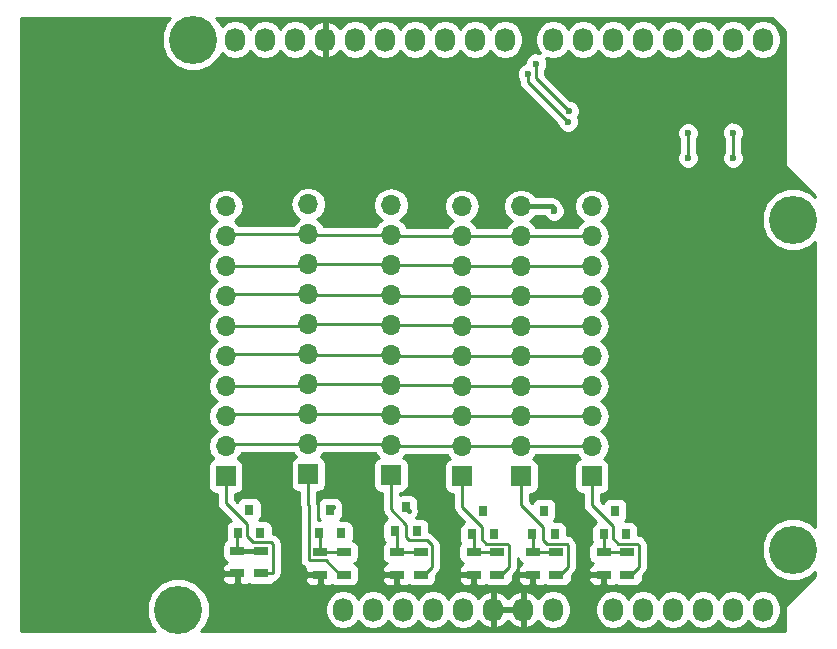
<source format=gbr>
G04 #@! TF.FileFunction,Copper,L2,Bot,Signal*
%FSLAX46Y46*%
G04 Gerber Fmt 4.6, Leading zero omitted, Abs format (unit mm)*
G04 Created by KiCad (PCBNEW 4.0.7) date 12/04/17 16:46:56*
%MOMM*%
%LPD*%
G01*
G04 APERTURE LIST*
%ADD10C,0.100000*%
%ADD11O,1.727200X2.032000*%
%ADD12C,4.064000*%
%ADD13R,0.800000X0.900000*%
%ADD14R,1.300000X0.700000*%
%ADD15R,1.700000X1.700000*%
%ADD16O,1.700000X1.700000*%
%ADD17C,0.600000*%
%ADD18C,0.381000*%
%ADD19C,0.250000*%
%ADD20C,0.254000*%
G04 APERTURE END LIST*
D10*
D11*
X138938000Y-123825000D03*
X141478000Y-123825000D03*
X144018000Y-123825000D03*
X146558000Y-123825000D03*
X149098000Y-123825000D03*
X151638000Y-123825000D03*
X154178000Y-123825000D03*
X156718000Y-123825000D03*
X161798000Y-123825000D03*
X164338000Y-123825000D03*
X166878000Y-123825000D03*
X169418000Y-123825000D03*
X171958000Y-123825000D03*
X174498000Y-123825000D03*
X129794000Y-75565000D03*
X132334000Y-75565000D03*
X134874000Y-75565000D03*
X137414000Y-75565000D03*
X139954000Y-75565000D03*
X142494000Y-75565000D03*
X145034000Y-75565000D03*
X147574000Y-75565000D03*
X150114000Y-75565000D03*
X152654000Y-75565000D03*
X156718000Y-75565000D03*
X159258000Y-75565000D03*
X161798000Y-75565000D03*
X164338000Y-75565000D03*
X166878000Y-75565000D03*
X169418000Y-75565000D03*
X171958000Y-75565000D03*
X174498000Y-75565000D03*
D12*
X124968000Y-123825000D03*
X177038000Y-118745000D03*
X126238000Y-75565000D03*
X177038000Y-90805000D03*
D13*
X156872782Y-117465000D03*
X154972782Y-117465000D03*
X155922782Y-115465000D03*
X162897228Y-117465000D03*
X160997228Y-117465000D03*
X161947228Y-115465000D03*
D14*
X156998000Y-118965000D03*
X156998000Y-120865000D03*
X162998000Y-118965000D03*
X162998000Y-120865000D03*
X154998000Y-118965000D03*
X154998000Y-120865000D03*
X160998000Y-118965000D03*
X160998000Y-120865000D03*
D13*
X131948000Y-117365000D03*
X130048000Y-117365000D03*
X130998000Y-115365000D03*
X138802770Y-117365000D03*
X136902770Y-117365000D03*
X137852770Y-115365000D03*
X145199448Y-117165000D03*
X143299448Y-117165000D03*
X144249448Y-115165000D03*
X151720610Y-117465000D03*
X149820610Y-117465000D03*
X150770610Y-115465000D03*
D14*
X131998000Y-118865000D03*
X131998000Y-120765000D03*
X138998000Y-118965000D03*
X138998000Y-120865000D03*
X129998000Y-118865000D03*
X129998000Y-120765000D03*
X136998000Y-118965000D03*
X136998000Y-120865000D03*
X145498000Y-118965000D03*
X145498000Y-120865000D03*
X151998000Y-118965000D03*
X151998000Y-120865000D03*
X143498000Y-118965000D03*
X143498000Y-120865000D03*
X149998000Y-118965000D03*
X149998000Y-120865000D03*
D15*
X128998000Y-112525000D03*
D16*
X128998000Y-109985000D03*
X128998000Y-107445000D03*
X128998000Y-104905000D03*
X128998000Y-102365000D03*
X128998000Y-99825000D03*
X128998000Y-97285000D03*
X128998000Y-94745000D03*
X128998000Y-92205000D03*
X128998000Y-89665000D03*
D15*
X135998000Y-112365000D03*
D16*
X135998000Y-109825000D03*
X135998000Y-107285000D03*
X135998000Y-104745000D03*
X135998000Y-102205000D03*
X135998000Y-99665000D03*
X135998000Y-97125000D03*
X135998000Y-94585000D03*
X135998000Y-92045000D03*
X135998000Y-89505000D03*
D15*
X142998000Y-112425000D03*
D16*
X142998000Y-109885000D03*
X142998000Y-107345000D03*
X142998000Y-104805000D03*
X142998000Y-102265000D03*
X142998000Y-99725000D03*
X142998000Y-97185000D03*
X142998000Y-94645000D03*
X142998000Y-92105000D03*
X142998000Y-89565000D03*
D15*
X148998000Y-112525000D03*
D16*
X148998000Y-109985000D03*
X148998000Y-107445000D03*
X148998000Y-104905000D03*
X148998000Y-102365000D03*
X148998000Y-99825000D03*
X148998000Y-97285000D03*
X148998000Y-94745000D03*
X148998000Y-92205000D03*
X148998000Y-89665000D03*
D15*
X153998000Y-112525000D03*
D16*
X153998000Y-109985000D03*
X153998000Y-107445000D03*
X153998000Y-104905000D03*
X153998000Y-102365000D03*
X153998000Y-99825000D03*
X153998000Y-97285000D03*
X153998000Y-94745000D03*
X153998000Y-92205000D03*
X153998000Y-89665000D03*
D15*
X159998000Y-112525000D03*
D16*
X159998000Y-109985000D03*
X159998000Y-107445000D03*
X159998000Y-104905000D03*
X159998000Y-102365000D03*
X159998000Y-99825000D03*
X159998000Y-97285000D03*
X159998000Y-94745000D03*
X159998000Y-92205000D03*
X159998000Y-89665000D03*
D17*
X130998000Y-115365000D03*
X137852770Y-115365000D03*
X144249448Y-115165000D03*
X150770610Y-115465000D03*
X155922782Y-115465000D03*
X161947228Y-115465000D03*
X170053000Y-86675000D03*
X131948000Y-117365000D03*
X138802770Y-117365000D03*
X145199448Y-117165000D03*
X151720610Y-117465000D03*
X156872782Y-117465000D03*
X162897228Y-117465000D03*
X155311010Y-77597000D03*
X158044596Y-81595697D03*
X154559002Y-78486000D03*
X157988000Y-82550000D03*
X171958000Y-85598000D03*
X171958000Y-83439000D03*
X168148000Y-85598000D03*
X168148000Y-83474989D03*
X156798000Y-90065000D03*
D18*
X138052770Y-115165000D02*
X137852770Y-115365000D01*
X144549448Y-115465000D02*
X144249448Y-115165000D01*
X162047228Y-115365000D02*
X161947228Y-115465000D01*
D19*
X135998000Y-92045000D02*
X129158000Y-92045000D01*
X129158000Y-92045000D02*
X128998000Y-92205000D01*
X142998000Y-92105000D02*
X136058000Y-92105000D01*
X136058000Y-92105000D02*
X135998000Y-92045000D01*
X148998000Y-92205000D02*
X143098000Y-92205000D01*
X143098000Y-92205000D02*
X142998000Y-92105000D01*
X153998000Y-92205000D02*
X152795919Y-92205000D01*
X152795919Y-92205000D02*
X148998000Y-92205000D01*
X159998000Y-92205000D02*
X158795919Y-92205000D01*
X158795919Y-92205000D02*
X153998000Y-92205000D01*
X153998000Y-94745000D02*
X159998000Y-94745000D01*
X148998000Y-94745000D02*
X150200081Y-94745000D01*
X150200081Y-94745000D02*
X153998000Y-94745000D01*
X142998000Y-94645000D02*
X148898000Y-94645000D01*
X148898000Y-94645000D02*
X148998000Y-94745000D01*
X135998000Y-94585000D02*
X142938000Y-94585000D01*
X142938000Y-94585000D02*
X142998000Y-94645000D01*
X128998000Y-94745000D02*
X135838000Y-94745000D01*
X135838000Y-94745000D02*
X135998000Y-94585000D01*
X135998000Y-97125000D02*
X129158000Y-97125000D01*
X129158000Y-97125000D02*
X128998000Y-97285000D01*
X142998000Y-97185000D02*
X136058000Y-97185000D01*
X136058000Y-97185000D02*
X135998000Y-97125000D01*
X148998000Y-97285000D02*
X143098000Y-97285000D01*
X143098000Y-97285000D02*
X142998000Y-97185000D01*
X153998000Y-97285000D02*
X148998000Y-97285000D01*
X159998000Y-97285000D02*
X158795919Y-97285000D01*
X158795919Y-97285000D02*
X153998000Y-97285000D01*
X153998000Y-99825000D02*
X159998000Y-99825000D01*
X148998000Y-99825000D02*
X153998000Y-99825000D01*
X142998000Y-99725000D02*
X148898000Y-99725000D01*
X148898000Y-99725000D02*
X148998000Y-99825000D01*
X135998000Y-99665000D02*
X142938000Y-99665000D01*
X142938000Y-99665000D02*
X142998000Y-99725000D01*
X128998000Y-99825000D02*
X135838000Y-99825000D01*
X135838000Y-99825000D02*
X135998000Y-99665000D01*
X135998000Y-102205000D02*
X129158000Y-102205000D01*
X129158000Y-102205000D02*
X128998000Y-102365000D01*
X142998000Y-102265000D02*
X136058000Y-102265000D01*
X136058000Y-102265000D02*
X135998000Y-102205000D01*
X148998000Y-102365000D02*
X143538000Y-102365000D01*
X143538000Y-102365000D02*
X142998000Y-101825000D01*
X153998000Y-102365000D02*
X152795919Y-102365000D01*
X152795919Y-102365000D02*
X148998000Y-102365000D01*
X159998000Y-102365000D02*
X153998000Y-102365000D01*
X142998000Y-104805000D02*
X148898000Y-104805000D01*
X148898000Y-104805000D02*
X148998000Y-104905000D01*
X135998000Y-104745000D02*
X142938000Y-104745000D01*
X142938000Y-104745000D02*
X142998000Y-104805000D01*
X153998000Y-104905000D02*
X159998000Y-104905000D01*
X148998000Y-104905000D02*
X153998000Y-104905000D01*
X148458000Y-104365000D02*
X148998000Y-104905000D01*
X142618000Y-104745000D02*
X142998000Y-104365000D01*
X128998000Y-104905000D02*
X135838000Y-104905000D01*
X135838000Y-104905000D02*
X135998000Y-104745000D01*
X135998000Y-107285000D02*
X142938000Y-107285000D01*
X142938000Y-107285000D02*
X142998000Y-107345000D01*
X135998000Y-107285000D02*
X129158000Y-107285000D01*
X129158000Y-107285000D02*
X128998000Y-107445000D01*
X136378000Y-106905000D02*
X135998000Y-107285000D01*
X148998000Y-107445000D02*
X143538000Y-107445000D01*
X143538000Y-107445000D02*
X142998000Y-106905000D01*
X153998000Y-107445000D02*
X148998000Y-107445000D01*
X159998000Y-107445000D02*
X158795919Y-107445000D01*
X158795919Y-107445000D02*
X153998000Y-107445000D01*
X135998000Y-109825000D02*
X142938000Y-109825000D01*
X142938000Y-109825000D02*
X142998000Y-109885000D01*
X135998000Y-109825000D02*
X129158000Y-109825000D01*
X129158000Y-109825000D02*
X128998000Y-109985000D01*
X136378000Y-109445000D02*
X135998000Y-109825000D01*
X148998000Y-109985000D02*
X143538000Y-109985000D01*
X143538000Y-109985000D02*
X142998000Y-109445000D01*
X153998000Y-109985000D02*
X148998000Y-109985000D01*
X159998000Y-109985000D02*
X153998000Y-109985000D01*
X158044596Y-81595697D02*
X155311010Y-78862111D01*
X155311010Y-78862111D02*
X155311010Y-78021264D01*
X155311010Y-78021264D02*
X155311010Y-77597000D01*
X157988000Y-82550000D02*
X154559002Y-79121002D01*
X154559002Y-79121002D02*
X154559002Y-78910264D01*
X154559002Y-78910264D02*
X154559002Y-78486000D01*
X171958000Y-83439000D02*
X171958000Y-85598000D01*
X168148000Y-83474989D02*
X168148000Y-85598000D01*
X131998000Y-120765000D02*
X132898000Y-120765000D01*
X132858003Y-118140001D02*
X131287999Y-118140001D01*
X131287999Y-118140001D02*
X130773001Y-117625003D01*
X132898000Y-120765000D02*
X132973001Y-120689999D01*
X132973001Y-120689999D02*
X132973001Y-118254999D01*
X132973001Y-118254999D02*
X132858003Y-118140001D01*
X130773001Y-117625003D02*
X130773001Y-116575003D01*
X130773001Y-116575003D02*
X128998000Y-114800002D01*
X128998000Y-114800002D02*
X128998000Y-113625000D01*
X128998000Y-113625000D02*
X128998000Y-112525000D01*
X135998000Y-113465000D02*
X135998000Y-112365000D01*
X135998000Y-114945232D02*
X135998000Y-113465000D01*
X136022999Y-119575001D02*
X136022999Y-114970231D01*
X136022999Y-114970231D02*
X135998000Y-114945232D01*
X136087999Y-119640001D02*
X136022999Y-119575001D01*
X137473001Y-119640001D02*
X136087999Y-119640001D01*
X138698000Y-120865000D02*
X137473001Y-119640001D01*
X138998000Y-120865000D02*
X138698000Y-120865000D01*
X144298000Y-117698554D02*
X144298000Y-116648554D01*
X144298000Y-116648554D02*
X142998000Y-115348554D01*
X142998000Y-115348554D02*
X142998000Y-113525000D01*
X142998000Y-113525000D02*
X142998000Y-112425000D01*
X145498000Y-120865000D02*
X145798000Y-120865000D01*
X146058003Y-117940001D02*
X144539447Y-117940001D01*
X145798000Y-120865000D02*
X146473001Y-120189999D01*
X146473001Y-120189999D02*
X146473001Y-118354999D01*
X146473001Y-118354999D02*
X146058003Y-117940001D01*
X144539447Y-117940001D02*
X144298000Y-117698554D01*
X145498000Y-120865000D02*
X145198000Y-120865000D01*
X150698000Y-117877392D02*
X150698000Y-116827392D01*
X148998000Y-115127392D02*
X148998000Y-113625000D01*
X150698000Y-116827392D02*
X148998000Y-115127392D01*
X148998000Y-113625000D02*
X148998000Y-112525000D01*
X151998000Y-120865000D02*
X152298000Y-120865000D01*
X152298000Y-120865000D02*
X152973001Y-120189999D01*
X152973001Y-120189999D02*
X152973001Y-118354999D01*
X152973001Y-118354999D02*
X152858003Y-118240001D01*
X152858003Y-118240001D02*
X151060609Y-118240001D01*
X151060609Y-118240001D02*
X150698000Y-117877392D01*
X151998000Y-120865000D02*
X151698000Y-120865000D01*
D18*
X131998000Y-118865000D02*
X129998000Y-118865000D01*
D19*
X131998000Y-118865000D02*
X131698000Y-118865000D01*
X129998000Y-118865000D02*
X130898000Y-118865000D01*
X130898000Y-118865000D02*
X131247990Y-118865000D01*
X129998000Y-118865000D02*
X129998000Y-117415000D01*
X129998000Y-117415000D02*
X130048000Y-117365000D01*
X136998000Y-118965000D02*
X136998000Y-117460230D01*
X136998000Y-117460230D02*
X136902770Y-117365000D01*
X138998000Y-118965000D02*
X136998000Y-118965000D01*
X145498000Y-118965000D02*
X143498000Y-118965000D01*
X143498000Y-118965000D02*
X143498000Y-117363552D01*
X143498000Y-117363552D02*
X143299448Y-117165000D01*
X151998000Y-118965000D02*
X149998000Y-118965000D01*
X149998000Y-118965000D02*
X149998000Y-117642390D01*
X149998000Y-117642390D02*
X149820610Y-117465000D01*
X154998000Y-118965000D02*
X154998000Y-117490218D01*
X154998000Y-117490218D02*
X154972782Y-117465000D01*
X156998000Y-118965000D02*
X154998000Y-118965000D01*
X162998000Y-118965000D02*
X160998000Y-118965000D01*
X160998000Y-118965000D02*
X160998000Y-117465772D01*
X160998000Y-117465772D02*
X160997228Y-117465000D01*
D18*
X156598000Y-89665000D02*
X156798000Y-89865000D01*
X156798000Y-89865000D02*
X156798000Y-90065000D01*
X153998000Y-89665000D02*
X156598000Y-89665000D01*
D19*
X155898000Y-117925220D02*
X155898000Y-116875220D01*
X153998000Y-114975220D02*
X153998000Y-113625000D01*
X155898000Y-116875220D02*
X153998000Y-114975220D01*
X153998000Y-113625000D02*
X153998000Y-112525000D01*
X156998000Y-120865000D02*
X157298000Y-120865000D01*
X157298000Y-120865000D02*
X157973001Y-120189999D01*
X157973001Y-120189999D02*
X157973001Y-118354999D01*
X157973001Y-118354999D02*
X157858003Y-118240001D01*
X157858003Y-118240001D02*
X156212781Y-118240001D01*
X156212781Y-118240001D02*
X155898000Y-117925220D01*
X156998000Y-120865000D02*
X156698000Y-120865000D01*
X161798000Y-117800774D02*
X161798000Y-116750774D01*
X159998000Y-114950774D02*
X159998000Y-113625000D01*
X161798000Y-116750774D02*
X159998000Y-114950774D01*
X159998000Y-113625000D02*
X159998000Y-112525000D01*
X162998000Y-120865000D02*
X163298000Y-120865000D01*
X163298000Y-120865000D02*
X163973001Y-120189999D01*
X163973001Y-120189999D02*
X163973001Y-118354999D01*
X163973001Y-118354999D02*
X163858003Y-118240001D01*
X163858003Y-118240001D02*
X162237227Y-118240001D01*
X162237227Y-118240001D02*
X161798000Y-117800774D01*
X162998000Y-120865000D02*
X162698000Y-120865000D01*
D20*
G36*
X123978345Y-74052293D02*
X123571464Y-75032173D01*
X123570538Y-76093172D01*
X123975709Y-77073761D01*
X124725293Y-77824655D01*
X125705173Y-78231536D01*
X126766172Y-78232462D01*
X127746761Y-77827291D01*
X128497655Y-77077707D01*
X128657071Y-76693789D01*
X128734330Y-76809415D01*
X129220511Y-77134271D01*
X129794000Y-77248345D01*
X130367489Y-77134271D01*
X130853670Y-76809415D01*
X131064000Y-76494634D01*
X131274330Y-76809415D01*
X131760511Y-77134271D01*
X132334000Y-77248345D01*
X132907489Y-77134271D01*
X133393670Y-76809415D01*
X133604000Y-76494634D01*
X133814330Y-76809415D01*
X134300511Y-77134271D01*
X134874000Y-77248345D01*
X135447489Y-77134271D01*
X135933670Y-76809415D01*
X136140461Y-76499931D01*
X136511964Y-76915732D01*
X137039209Y-77169709D01*
X137054974Y-77172358D01*
X137287000Y-77051217D01*
X137287000Y-75692000D01*
X137267000Y-75692000D01*
X137267000Y-75438000D01*
X137287000Y-75438000D01*
X137287000Y-74078783D01*
X137541000Y-74078783D01*
X137541000Y-75438000D01*
X137561000Y-75438000D01*
X137561000Y-75692000D01*
X137541000Y-75692000D01*
X137541000Y-77051217D01*
X137773026Y-77172358D01*
X137788791Y-77169709D01*
X138316036Y-76915732D01*
X138687539Y-76499931D01*
X138894330Y-76809415D01*
X139380511Y-77134271D01*
X139954000Y-77248345D01*
X140527489Y-77134271D01*
X141013670Y-76809415D01*
X141224000Y-76494634D01*
X141434330Y-76809415D01*
X141920511Y-77134271D01*
X142494000Y-77248345D01*
X143067489Y-77134271D01*
X143553670Y-76809415D01*
X143764000Y-76494634D01*
X143974330Y-76809415D01*
X144460511Y-77134271D01*
X145034000Y-77248345D01*
X145607489Y-77134271D01*
X146093670Y-76809415D01*
X146304000Y-76494634D01*
X146514330Y-76809415D01*
X147000511Y-77134271D01*
X147574000Y-77248345D01*
X148147489Y-77134271D01*
X148633670Y-76809415D01*
X148844000Y-76494634D01*
X149054330Y-76809415D01*
X149540511Y-77134271D01*
X150114000Y-77248345D01*
X150687489Y-77134271D01*
X151173670Y-76809415D01*
X151384000Y-76494634D01*
X151594330Y-76809415D01*
X152080511Y-77134271D01*
X152654000Y-77248345D01*
X153227489Y-77134271D01*
X153713670Y-76809415D01*
X154038526Y-76323234D01*
X154152600Y-75749745D01*
X154152600Y-75380255D01*
X154038526Y-74806766D01*
X153713670Y-74320585D01*
X153227489Y-73995729D01*
X152654000Y-73881655D01*
X152080511Y-73995729D01*
X151594330Y-74320585D01*
X151384000Y-74635366D01*
X151173670Y-74320585D01*
X150687489Y-73995729D01*
X150114000Y-73881655D01*
X149540511Y-73995729D01*
X149054330Y-74320585D01*
X148844000Y-74635366D01*
X148633670Y-74320585D01*
X148147489Y-73995729D01*
X147574000Y-73881655D01*
X147000511Y-73995729D01*
X146514330Y-74320585D01*
X146304000Y-74635366D01*
X146093670Y-74320585D01*
X145607489Y-73995729D01*
X145034000Y-73881655D01*
X144460511Y-73995729D01*
X143974330Y-74320585D01*
X143764000Y-74635366D01*
X143553670Y-74320585D01*
X143067489Y-73995729D01*
X142494000Y-73881655D01*
X141920511Y-73995729D01*
X141434330Y-74320585D01*
X141224000Y-74635366D01*
X141013670Y-74320585D01*
X140527489Y-73995729D01*
X139954000Y-73881655D01*
X139380511Y-73995729D01*
X138894330Y-74320585D01*
X138687539Y-74630069D01*
X138316036Y-74214268D01*
X137788791Y-73960291D01*
X137773026Y-73957642D01*
X137541000Y-74078783D01*
X137287000Y-74078783D01*
X137054974Y-73957642D01*
X137039209Y-73960291D01*
X136511964Y-74214268D01*
X136140461Y-74630069D01*
X135933670Y-74320585D01*
X135447489Y-73995729D01*
X134874000Y-73881655D01*
X134300511Y-73995729D01*
X133814330Y-74320585D01*
X133604000Y-74635366D01*
X133393670Y-74320585D01*
X132907489Y-73995729D01*
X132334000Y-73881655D01*
X131760511Y-73995729D01*
X131274330Y-74320585D01*
X131064000Y-74635366D01*
X130853670Y-74320585D01*
X130367489Y-73995729D01*
X129794000Y-73881655D01*
X129220511Y-73995729D01*
X128734330Y-74320585D01*
X128657208Y-74436007D01*
X128500291Y-74056239D01*
X128179612Y-73735000D01*
X175219908Y-73735000D01*
X176328000Y-74843091D01*
X176328000Y-85979000D01*
X176382046Y-86250705D01*
X176535954Y-86481046D01*
X178868000Y-88813091D01*
X178868000Y-88863193D01*
X178550707Y-88545345D01*
X177570827Y-88138464D01*
X176509828Y-88137538D01*
X175529239Y-88542709D01*
X174778345Y-89292293D01*
X174371464Y-90272173D01*
X174370538Y-91333172D01*
X174775709Y-92313761D01*
X175525293Y-93064655D01*
X176505173Y-93471536D01*
X177566172Y-93472462D01*
X178546761Y-93067291D01*
X178868000Y-92746612D01*
X178868000Y-116803193D01*
X178550707Y-116485345D01*
X177570827Y-116078464D01*
X176509828Y-116077538D01*
X175529239Y-116482709D01*
X174778345Y-117232293D01*
X174371464Y-118212173D01*
X174370538Y-119273172D01*
X174775709Y-120253761D01*
X175525293Y-121004655D01*
X176505173Y-121411536D01*
X177566172Y-121412462D01*
X178546761Y-121007291D01*
X178868000Y-120686612D01*
X178868000Y-120990909D01*
X176535954Y-123322954D01*
X176382046Y-123553295D01*
X176328000Y-123825000D01*
X176328000Y-125655000D01*
X126909807Y-125655000D01*
X127227655Y-125337707D01*
X127634536Y-124357827D01*
X127635162Y-123640255D01*
X137439400Y-123640255D01*
X137439400Y-124009745D01*
X137553474Y-124583234D01*
X137878330Y-125069415D01*
X138364511Y-125394271D01*
X138938000Y-125508345D01*
X139511489Y-125394271D01*
X139997670Y-125069415D01*
X140208000Y-124754634D01*
X140418330Y-125069415D01*
X140904511Y-125394271D01*
X141478000Y-125508345D01*
X142051489Y-125394271D01*
X142537670Y-125069415D01*
X142748000Y-124754634D01*
X142958330Y-125069415D01*
X143444511Y-125394271D01*
X144018000Y-125508345D01*
X144591489Y-125394271D01*
X145077670Y-125069415D01*
X145288000Y-124754634D01*
X145498330Y-125069415D01*
X145984511Y-125394271D01*
X146558000Y-125508345D01*
X147131489Y-125394271D01*
X147617670Y-125069415D01*
X147828000Y-124754634D01*
X148038330Y-125069415D01*
X148524511Y-125394271D01*
X149098000Y-125508345D01*
X149671489Y-125394271D01*
X150157670Y-125069415D01*
X150364461Y-124759931D01*
X150735964Y-125175732D01*
X151263209Y-125429709D01*
X151278974Y-125432358D01*
X151511000Y-125311217D01*
X151511000Y-123952000D01*
X151765000Y-123952000D01*
X151765000Y-125311217D01*
X151997026Y-125432358D01*
X152012791Y-125429709D01*
X152540036Y-125175732D01*
X152908000Y-124763892D01*
X153275964Y-125175732D01*
X153803209Y-125429709D01*
X153818974Y-125432358D01*
X154051000Y-125311217D01*
X154051000Y-123952000D01*
X151765000Y-123952000D01*
X151511000Y-123952000D01*
X151491000Y-123952000D01*
X151491000Y-123698000D01*
X151511000Y-123698000D01*
X151511000Y-122338783D01*
X151765000Y-122338783D01*
X151765000Y-123698000D01*
X154051000Y-123698000D01*
X154051000Y-122338783D01*
X154305000Y-122338783D01*
X154305000Y-123698000D01*
X154325000Y-123698000D01*
X154325000Y-123952000D01*
X154305000Y-123952000D01*
X154305000Y-125311217D01*
X154537026Y-125432358D01*
X154552791Y-125429709D01*
X155080036Y-125175732D01*
X155451539Y-124759931D01*
X155658330Y-125069415D01*
X156144511Y-125394271D01*
X156718000Y-125508345D01*
X157291489Y-125394271D01*
X157777670Y-125069415D01*
X158102526Y-124583234D01*
X158216600Y-124009745D01*
X158216600Y-123640255D01*
X160299400Y-123640255D01*
X160299400Y-124009745D01*
X160413474Y-124583234D01*
X160738330Y-125069415D01*
X161224511Y-125394271D01*
X161798000Y-125508345D01*
X162371489Y-125394271D01*
X162857670Y-125069415D01*
X163068000Y-124754634D01*
X163278330Y-125069415D01*
X163764511Y-125394271D01*
X164338000Y-125508345D01*
X164911489Y-125394271D01*
X165397670Y-125069415D01*
X165608000Y-124754634D01*
X165818330Y-125069415D01*
X166304511Y-125394271D01*
X166878000Y-125508345D01*
X167451489Y-125394271D01*
X167937670Y-125069415D01*
X168148000Y-124754634D01*
X168358330Y-125069415D01*
X168844511Y-125394271D01*
X169418000Y-125508345D01*
X169991489Y-125394271D01*
X170477670Y-125069415D01*
X170688000Y-124754634D01*
X170898330Y-125069415D01*
X171384511Y-125394271D01*
X171958000Y-125508345D01*
X172531489Y-125394271D01*
X173017670Y-125069415D01*
X173228000Y-124754634D01*
X173438330Y-125069415D01*
X173924511Y-125394271D01*
X174498000Y-125508345D01*
X175071489Y-125394271D01*
X175557670Y-125069415D01*
X175882526Y-124583234D01*
X175996600Y-124009745D01*
X175996600Y-123640255D01*
X175882526Y-123066766D01*
X175557670Y-122580585D01*
X175071489Y-122255729D01*
X174498000Y-122141655D01*
X173924511Y-122255729D01*
X173438330Y-122580585D01*
X173228000Y-122895366D01*
X173017670Y-122580585D01*
X172531489Y-122255729D01*
X171958000Y-122141655D01*
X171384511Y-122255729D01*
X170898330Y-122580585D01*
X170688000Y-122895366D01*
X170477670Y-122580585D01*
X169991489Y-122255729D01*
X169418000Y-122141655D01*
X168844511Y-122255729D01*
X168358330Y-122580585D01*
X168148000Y-122895366D01*
X167937670Y-122580585D01*
X167451489Y-122255729D01*
X166878000Y-122141655D01*
X166304511Y-122255729D01*
X165818330Y-122580585D01*
X165608000Y-122895366D01*
X165397670Y-122580585D01*
X164911489Y-122255729D01*
X164338000Y-122141655D01*
X163764511Y-122255729D01*
X163278330Y-122580585D01*
X163068000Y-122895366D01*
X162857670Y-122580585D01*
X162371489Y-122255729D01*
X161798000Y-122141655D01*
X161224511Y-122255729D01*
X160738330Y-122580585D01*
X160413474Y-123066766D01*
X160299400Y-123640255D01*
X158216600Y-123640255D01*
X158102526Y-123066766D01*
X157777670Y-122580585D01*
X157291489Y-122255729D01*
X156718000Y-122141655D01*
X156144511Y-122255729D01*
X155658330Y-122580585D01*
X155451539Y-122890069D01*
X155080036Y-122474268D01*
X154552791Y-122220291D01*
X154537026Y-122217642D01*
X154305000Y-122338783D01*
X154051000Y-122338783D01*
X153818974Y-122217642D01*
X153803209Y-122220291D01*
X153275964Y-122474268D01*
X152908000Y-122886108D01*
X152540036Y-122474268D01*
X152012791Y-122220291D01*
X151997026Y-122217642D01*
X151765000Y-122338783D01*
X151511000Y-122338783D01*
X151278974Y-122217642D01*
X151263209Y-122220291D01*
X150735964Y-122474268D01*
X150364461Y-122890069D01*
X150157670Y-122580585D01*
X149671489Y-122255729D01*
X149098000Y-122141655D01*
X148524511Y-122255729D01*
X148038330Y-122580585D01*
X147828000Y-122895366D01*
X147617670Y-122580585D01*
X147131489Y-122255729D01*
X146558000Y-122141655D01*
X145984511Y-122255729D01*
X145498330Y-122580585D01*
X145288000Y-122895366D01*
X145077670Y-122580585D01*
X144591489Y-122255729D01*
X144018000Y-122141655D01*
X143444511Y-122255729D01*
X142958330Y-122580585D01*
X142748000Y-122895366D01*
X142537670Y-122580585D01*
X142051489Y-122255729D01*
X141478000Y-122141655D01*
X140904511Y-122255729D01*
X140418330Y-122580585D01*
X140208000Y-122895366D01*
X139997670Y-122580585D01*
X139511489Y-122255729D01*
X138938000Y-122141655D01*
X138364511Y-122255729D01*
X137878330Y-122580585D01*
X137553474Y-123066766D01*
X137439400Y-123640255D01*
X127635162Y-123640255D01*
X127635462Y-123296828D01*
X127230291Y-122316239D01*
X126480707Y-121565345D01*
X125500827Y-121158464D01*
X124439828Y-121157538D01*
X123459239Y-121562709D01*
X122708345Y-122312293D01*
X122301464Y-123292173D01*
X122300538Y-124353172D01*
X122705709Y-125333761D01*
X123026388Y-125655000D01*
X111708000Y-125655000D01*
X111708000Y-121050750D01*
X128713000Y-121050750D01*
X128713000Y-121241309D01*
X128809673Y-121474698D01*
X128988301Y-121653327D01*
X129221690Y-121750000D01*
X129712250Y-121750000D01*
X129871000Y-121591250D01*
X129871000Y-120892000D01*
X128871750Y-120892000D01*
X128713000Y-121050750D01*
X111708000Y-121050750D01*
X111708000Y-89665000D01*
X127483907Y-89665000D01*
X127596946Y-90233285D01*
X127918853Y-90715054D01*
X128248026Y-90935000D01*
X127918853Y-91154946D01*
X127596946Y-91636715D01*
X127483907Y-92205000D01*
X127596946Y-92773285D01*
X127918853Y-93255054D01*
X128248026Y-93475000D01*
X127918853Y-93694946D01*
X127596946Y-94176715D01*
X127483907Y-94745000D01*
X127596946Y-95313285D01*
X127918853Y-95795054D01*
X128248026Y-96015000D01*
X127918853Y-96234946D01*
X127596946Y-96716715D01*
X127483907Y-97285000D01*
X127596946Y-97853285D01*
X127918853Y-98335054D01*
X128248026Y-98555000D01*
X127918853Y-98774946D01*
X127596946Y-99256715D01*
X127483907Y-99825000D01*
X127596946Y-100393285D01*
X127918853Y-100875054D01*
X128248026Y-101095000D01*
X127918853Y-101314946D01*
X127596946Y-101796715D01*
X127483907Y-102365000D01*
X127596946Y-102933285D01*
X127918853Y-103415054D01*
X128248026Y-103635000D01*
X127918853Y-103854946D01*
X127596946Y-104336715D01*
X127483907Y-104905000D01*
X127596946Y-105473285D01*
X127918853Y-105955054D01*
X128248026Y-106175000D01*
X127918853Y-106394946D01*
X127596946Y-106876715D01*
X127483907Y-107445000D01*
X127596946Y-108013285D01*
X127918853Y-108495054D01*
X128248026Y-108715000D01*
X127918853Y-108934946D01*
X127596946Y-109416715D01*
X127483907Y-109985000D01*
X127596946Y-110553285D01*
X127918853Y-111035054D01*
X127960452Y-111062850D01*
X127912683Y-111071838D01*
X127696559Y-111210910D01*
X127551569Y-111423110D01*
X127500560Y-111675000D01*
X127500560Y-113375000D01*
X127544838Y-113610317D01*
X127683910Y-113826441D01*
X127896110Y-113971431D01*
X128148000Y-114022440D01*
X128238000Y-114022440D01*
X128238000Y-114800002D01*
X128295852Y-115090841D01*
X128460599Y-115337403D01*
X129431494Y-116308298D01*
X129412683Y-116311838D01*
X129196559Y-116450910D01*
X129051569Y-116663110D01*
X129000560Y-116915000D01*
X129000560Y-117815000D01*
X129028923Y-117965736D01*
X128896559Y-118050910D01*
X128751569Y-118263110D01*
X128700560Y-118515000D01*
X128700560Y-119215000D01*
X128744838Y-119450317D01*
X128883910Y-119666441D01*
X129096110Y-119811431D01*
X129129490Y-119818191D01*
X128988301Y-119876673D01*
X128809673Y-120055302D01*
X128713000Y-120288691D01*
X128713000Y-120479250D01*
X128871750Y-120638000D01*
X129871000Y-120638000D01*
X129871000Y-120618000D01*
X130125000Y-120618000D01*
X130125000Y-120638000D01*
X130145000Y-120638000D01*
X130145000Y-120892000D01*
X130125000Y-120892000D01*
X130125000Y-121591250D01*
X130283750Y-121750000D01*
X130774310Y-121750000D01*
X131007699Y-121653327D01*
X131009068Y-121651958D01*
X131096110Y-121711431D01*
X131348000Y-121762440D01*
X132648000Y-121762440D01*
X132883317Y-121718162D01*
X133099441Y-121579090D01*
X133173897Y-121470120D01*
X133188839Y-121467148D01*
X133435401Y-121302401D01*
X133510402Y-121227400D01*
X133561617Y-121150750D01*
X135713000Y-121150750D01*
X135713000Y-121341309D01*
X135809673Y-121574698D01*
X135988301Y-121753327D01*
X136221690Y-121850000D01*
X136712250Y-121850000D01*
X136871000Y-121691250D01*
X136871000Y-120992000D01*
X135871750Y-120992000D01*
X135713000Y-121150750D01*
X133561617Y-121150750D01*
X133675149Y-120980839D01*
X133698191Y-120865000D01*
X133733001Y-120689999D01*
X133733001Y-118254999D01*
X133675149Y-117964160D01*
X133510402Y-117717598D01*
X133395404Y-117602600D01*
X133148842Y-117437853D01*
X132995440Y-117407339D01*
X132995440Y-116915000D01*
X132951162Y-116679683D01*
X132812090Y-116463559D01*
X132599890Y-116318569D01*
X132348000Y-116267560D01*
X131857319Y-116267560D01*
X131994431Y-116066890D01*
X132045440Y-115815000D01*
X132045440Y-114915000D01*
X132001162Y-114679683D01*
X131862090Y-114463559D01*
X131649890Y-114318569D01*
X131398000Y-114267560D01*
X130598000Y-114267560D01*
X130362683Y-114311838D01*
X130146559Y-114450910D01*
X130001569Y-114663110D01*
X129990512Y-114717712D01*
X129758000Y-114485200D01*
X129758000Y-114022440D01*
X129848000Y-114022440D01*
X130083317Y-113978162D01*
X130299441Y-113839090D01*
X130444431Y-113626890D01*
X130495440Y-113375000D01*
X130495440Y-111675000D01*
X130451162Y-111439683D01*
X130312090Y-111223559D01*
X130099890Y-111078569D01*
X130032459Y-111064914D01*
X130077147Y-111035054D01*
X130377863Y-110585000D01*
X134725046Y-110585000D01*
X134918853Y-110875054D01*
X134960452Y-110902850D01*
X134912683Y-110911838D01*
X134696559Y-111050910D01*
X134551569Y-111263110D01*
X134500560Y-111515000D01*
X134500560Y-113215000D01*
X134544838Y-113450317D01*
X134683910Y-113666441D01*
X134896110Y-113811431D01*
X135148000Y-113862440D01*
X135238000Y-113862440D01*
X135238000Y-114945232D01*
X135262999Y-115070909D01*
X135262999Y-119575001D01*
X135320851Y-119865840D01*
X135485598Y-120112402D01*
X135550598Y-120177402D01*
X135746343Y-120308194D01*
X135713000Y-120388691D01*
X135713000Y-120579250D01*
X135871750Y-120738000D01*
X136871000Y-120738000D01*
X136871000Y-120718000D01*
X137125000Y-120718000D01*
X137125000Y-120738000D01*
X137145000Y-120738000D01*
X137145000Y-120992000D01*
X137125000Y-120992000D01*
X137125000Y-121691250D01*
X137283750Y-121850000D01*
X137774310Y-121850000D01*
X138007699Y-121753327D01*
X138009068Y-121751958D01*
X138096110Y-121811431D01*
X138348000Y-121862440D01*
X139648000Y-121862440D01*
X139883317Y-121818162D01*
X140099441Y-121679090D01*
X140244431Y-121466890D01*
X140295440Y-121215000D01*
X140295440Y-121150750D01*
X142213000Y-121150750D01*
X142213000Y-121341309D01*
X142309673Y-121574698D01*
X142488301Y-121753327D01*
X142721690Y-121850000D01*
X143212250Y-121850000D01*
X143371000Y-121691250D01*
X143371000Y-120992000D01*
X142371750Y-120992000D01*
X142213000Y-121150750D01*
X140295440Y-121150750D01*
X140295440Y-120515000D01*
X140251162Y-120279683D01*
X140112090Y-120063559D01*
X139899890Y-119918569D01*
X139886803Y-119915919D01*
X140099441Y-119779090D01*
X140244431Y-119566890D01*
X140295440Y-119315000D01*
X140295440Y-118615000D01*
X140251162Y-118379683D01*
X140112090Y-118163559D01*
X139899890Y-118018569D01*
X139812567Y-118000886D01*
X139850210Y-117815000D01*
X139850210Y-116915000D01*
X139805932Y-116679683D01*
X139666860Y-116463559D01*
X139454660Y-116318569D01*
X139202770Y-116267560D01*
X138712089Y-116267560D01*
X138849201Y-116066890D01*
X138900210Y-115815000D01*
X138900210Y-114915000D01*
X138855932Y-114679683D01*
X138716860Y-114463559D01*
X138504660Y-114318569D01*
X138252770Y-114267560D01*
X137452770Y-114267560D01*
X137217453Y-114311838D01*
X137001329Y-114450910D01*
X136856339Y-114663110D01*
X136805330Y-114915000D01*
X136805330Y-115815000D01*
X136849608Y-116050317D01*
X136988680Y-116266441D01*
X136990318Y-116267560D01*
X136782999Y-116267560D01*
X136782999Y-114970231D01*
X136758000Y-114844554D01*
X136758000Y-113862440D01*
X136848000Y-113862440D01*
X137083317Y-113818162D01*
X137299441Y-113679090D01*
X137444431Y-113466890D01*
X137495440Y-113215000D01*
X137495440Y-111515000D01*
X137451162Y-111279683D01*
X137312090Y-111063559D01*
X137099890Y-110918569D01*
X137032459Y-110904914D01*
X137077147Y-110875054D01*
X137270954Y-110585000D01*
X141684955Y-110585000D01*
X141918853Y-110935054D01*
X141960452Y-110962850D01*
X141912683Y-110971838D01*
X141696559Y-111110910D01*
X141551569Y-111323110D01*
X141500560Y-111575000D01*
X141500560Y-113275000D01*
X141544838Y-113510317D01*
X141683910Y-113726441D01*
X141896110Y-113871431D01*
X142148000Y-113922440D01*
X142238000Y-113922440D01*
X142238000Y-115348554D01*
X142295852Y-115639393D01*
X142460599Y-115885955D01*
X142682942Y-116108298D01*
X142664131Y-116111838D01*
X142448007Y-116250910D01*
X142303017Y-116463110D01*
X142252008Y-116715000D01*
X142252008Y-117615000D01*
X142296286Y-117850317D01*
X142435358Y-118066441D01*
X142480206Y-118097084D01*
X142396559Y-118150910D01*
X142251569Y-118363110D01*
X142200560Y-118615000D01*
X142200560Y-119315000D01*
X142244838Y-119550317D01*
X142383910Y-119766441D01*
X142596110Y-119911431D01*
X142629490Y-119918191D01*
X142488301Y-119976673D01*
X142309673Y-120155302D01*
X142213000Y-120388691D01*
X142213000Y-120579250D01*
X142371750Y-120738000D01*
X143371000Y-120738000D01*
X143371000Y-120718000D01*
X143625000Y-120718000D01*
X143625000Y-120738000D01*
X143645000Y-120738000D01*
X143645000Y-120992000D01*
X143625000Y-120992000D01*
X143625000Y-121691250D01*
X143783750Y-121850000D01*
X144274310Y-121850000D01*
X144507699Y-121753327D01*
X144509068Y-121751958D01*
X144596110Y-121811431D01*
X144848000Y-121862440D01*
X146148000Y-121862440D01*
X146383317Y-121818162D01*
X146599441Y-121679090D01*
X146744431Y-121466890D01*
X146795440Y-121215000D01*
X146795440Y-121150750D01*
X148713000Y-121150750D01*
X148713000Y-121341309D01*
X148809673Y-121574698D01*
X148988301Y-121753327D01*
X149221690Y-121850000D01*
X149712250Y-121850000D01*
X149871000Y-121691250D01*
X149871000Y-120992000D01*
X148871750Y-120992000D01*
X148713000Y-121150750D01*
X146795440Y-121150750D01*
X146795440Y-120942362D01*
X147010402Y-120727400D01*
X147175149Y-120480838D01*
X147233001Y-120189999D01*
X147233001Y-118354999D01*
X147175149Y-118064160D01*
X147010402Y-117817598D01*
X146595404Y-117402600D01*
X146348842Y-117237853D01*
X146246888Y-117217573D01*
X146246888Y-116715000D01*
X146202610Y-116479683D01*
X146063538Y-116263559D01*
X145851338Y-116118569D01*
X145599448Y-116067560D01*
X145108767Y-116067560D01*
X145111962Y-116062885D01*
X145133165Y-116048717D01*
X145312111Y-115780906D01*
X145374948Y-115465000D01*
X145312111Y-115149094D01*
X145296888Y-115126311D01*
X145296888Y-114715000D01*
X145252610Y-114479683D01*
X145113538Y-114263559D01*
X144901338Y-114118569D01*
X144649448Y-114067560D01*
X143849448Y-114067560D01*
X143758000Y-114084767D01*
X143758000Y-113922440D01*
X143848000Y-113922440D01*
X144083317Y-113878162D01*
X144299441Y-113739090D01*
X144444431Y-113526890D01*
X144495440Y-113275000D01*
X144495440Y-111575000D01*
X144451162Y-111339683D01*
X144312090Y-111123559D01*
X144099890Y-110978569D01*
X144032459Y-110964914D01*
X144077147Y-110935054D01*
X144204137Y-110745000D01*
X147725046Y-110745000D01*
X147918853Y-111035054D01*
X147960452Y-111062850D01*
X147912683Y-111071838D01*
X147696559Y-111210910D01*
X147551569Y-111423110D01*
X147500560Y-111675000D01*
X147500560Y-113375000D01*
X147544838Y-113610317D01*
X147683910Y-113826441D01*
X147896110Y-113971431D01*
X148148000Y-114022440D01*
X148238000Y-114022440D01*
X148238000Y-115127392D01*
X148295852Y-115418231D01*
X148460599Y-115664793D01*
X149204104Y-116408298D01*
X149185293Y-116411838D01*
X148969169Y-116550910D01*
X148824179Y-116763110D01*
X148773170Y-117015000D01*
X148773170Y-117915000D01*
X148817448Y-118150317D01*
X148856014Y-118210250D01*
X148751569Y-118363110D01*
X148700560Y-118615000D01*
X148700560Y-119315000D01*
X148744838Y-119550317D01*
X148883910Y-119766441D01*
X149096110Y-119911431D01*
X149129490Y-119918191D01*
X148988301Y-119976673D01*
X148809673Y-120155302D01*
X148713000Y-120388691D01*
X148713000Y-120579250D01*
X148871750Y-120738000D01*
X149871000Y-120738000D01*
X149871000Y-120718000D01*
X150125000Y-120718000D01*
X150125000Y-120738000D01*
X150145000Y-120738000D01*
X150145000Y-120992000D01*
X150125000Y-120992000D01*
X150125000Y-121691250D01*
X150283750Y-121850000D01*
X150774310Y-121850000D01*
X151007699Y-121753327D01*
X151009068Y-121751958D01*
X151096110Y-121811431D01*
X151348000Y-121862440D01*
X152648000Y-121862440D01*
X152883317Y-121818162D01*
X153099441Y-121679090D01*
X153244431Y-121466890D01*
X153295440Y-121215000D01*
X153295440Y-121150750D01*
X153713000Y-121150750D01*
X153713000Y-121341309D01*
X153809673Y-121574698D01*
X153988301Y-121753327D01*
X154221690Y-121850000D01*
X154712250Y-121850000D01*
X154871000Y-121691250D01*
X154871000Y-120992000D01*
X153871750Y-120992000D01*
X153713000Y-121150750D01*
X153295440Y-121150750D01*
X153295440Y-120942362D01*
X153510402Y-120727400D01*
X153675149Y-120480838D01*
X153733001Y-120189999D01*
X153733001Y-119487409D01*
X153744838Y-119550317D01*
X153883910Y-119766441D01*
X154096110Y-119911431D01*
X154129490Y-119918191D01*
X153988301Y-119976673D01*
X153809673Y-120155302D01*
X153713000Y-120388691D01*
X153713000Y-120579250D01*
X153871750Y-120738000D01*
X154871000Y-120738000D01*
X154871000Y-120718000D01*
X155125000Y-120718000D01*
X155125000Y-120738000D01*
X155145000Y-120738000D01*
X155145000Y-120992000D01*
X155125000Y-120992000D01*
X155125000Y-121691250D01*
X155283750Y-121850000D01*
X155774310Y-121850000D01*
X156007699Y-121753327D01*
X156009068Y-121751958D01*
X156096110Y-121811431D01*
X156348000Y-121862440D01*
X157648000Y-121862440D01*
X157883317Y-121818162D01*
X158099441Y-121679090D01*
X158244431Y-121466890D01*
X158295440Y-121215000D01*
X158295440Y-121150750D01*
X159713000Y-121150750D01*
X159713000Y-121341309D01*
X159809673Y-121574698D01*
X159988301Y-121753327D01*
X160221690Y-121850000D01*
X160712250Y-121850000D01*
X160871000Y-121691250D01*
X160871000Y-120992000D01*
X159871750Y-120992000D01*
X159713000Y-121150750D01*
X158295440Y-121150750D01*
X158295440Y-120942362D01*
X158510402Y-120727400D01*
X158675149Y-120480838D01*
X158733001Y-120189999D01*
X158733001Y-118354999D01*
X158675149Y-118064160D01*
X158510402Y-117817598D01*
X158395404Y-117702600D01*
X158148842Y-117537853D01*
X157920222Y-117492377D01*
X157920222Y-117015000D01*
X157875944Y-116779683D01*
X157736872Y-116563559D01*
X157524672Y-116418569D01*
X157272782Y-116367560D01*
X156782101Y-116367560D01*
X156919213Y-116166890D01*
X156970222Y-115915000D01*
X156970222Y-115015000D01*
X156925944Y-114779683D01*
X156786872Y-114563559D01*
X156574672Y-114418569D01*
X156322782Y-114367560D01*
X155522782Y-114367560D01*
X155287465Y-114411838D01*
X155071341Y-114550910D01*
X154926351Y-114763110D01*
X154915294Y-114817712D01*
X154758000Y-114660418D01*
X154758000Y-114022440D01*
X154848000Y-114022440D01*
X155083317Y-113978162D01*
X155299441Y-113839090D01*
X155444431Y-113626890D01*
X155495440Y-113375000D01*
X155495440Y-111675000D01*
X155451162Y-111439683D01*
X155312090Y-111223559D01*
X155099890Y-111078569D01*
X155032459Y-111064914D01*
X155077147Y-111035054D01*
X155270954Y-110745000D01*
X158725046Y-110745000D01*
X158918853Y-111035054D01*
X158960452Y-111062850D01*
X158912683Y-111071838D01*
X158696559Y-111210910D01*
X158551569Y-111423110D01*
X158500560Y-111675000D01*
X158500560Y-113375000D01*
X158544838Y-113610317D01*
X158683910Y-113826441D01*
X158896110Y-113971431D01*
X159148000Y-114022440D01*
X159238000Y-114022440D01*
X159238000Y-114950774D01*
X159295852Y-115241613D01*
X159460599Y-115488175D01*
X160380722Y-116408298D01*
X160361911Y-116411838D01*
X160145787Y-116550910D01*
X160000797Y-116763110D01*
X159949788Y-117015000D01*
X159949788Y-117915000D01*
X159983635Y-118094878D01*
X159896559Y-118150910D01*
X159751569Y-118363110D01*
X159700560Y-118615000D01*
X159700560Y-119315000D01*
X159744838Y-119550317D01*
X159883910Y-119766441D01*
X160096110Y-119911431D01*
X160129490Y-119918191D01*
X159988301Y-119976673D01*
X159809673Y-120155302D01*
X159713000Y-120388691D01*
X159713000Y-120579250D01*
X159871750Y-120738000D01*
X160871000Y-120738000D01*
X160871000Y-120718000D01*
X161125000Y-120718000D01*
X161125000Y-120738000D01*
X161145000Y-120738000D01*
X161145000Y-120992000D01*
X161125000Y-120992000D01*
X161125000Y-121691250D01*
X161283750Y-121850000D01*
X161774310Y-121850000D01*
X162007699Y-121753327D01*
X162009068Y-121751958D01*
X162096110Y-121811431D01*
X162348000Y-121862440D01*
X163648000Y-121862440D01*
X163883317Y-121818162D01*
X164099441Y-121679090D01*
X164244431Y-121466890D01*
X164295440Y-121215000D01*
X164295440Y-120942362D01*
X164510402Y-120727400D01*
X164675149Y-120480838D01*
X164733001Y-120189999D01*
X164733001Y-118354999D01*
X164675149Y-118064160D01*
X164510402Y-117817598D01*
X164395404Y-117702600D01*
X164148842Y-117537853D01*
X163944668Y-117497240D01*
X163944668Y-117015000D01*
X163900390Y-116779683D01*
X163761318Y-116563559D01*
X163549118Y-116418569D01*
X163297228Y-116367560D01*
X162806547Y-116367560D01*
X162943659Y-116166890D01*
X162994668Y-115915000D01*
X162994668Y-115015000D01*
X162950390Y-114779683D01*
X162811318Y-114563559D01*
X162599118Y-114418569D01*
X162347228Y-114367560D01*
X161547228Y-114367560D01*
X161311911Y-114411838D01*
X161095787Y-114550910D01*
X160950797Y-114763110D01*
X160939740Y-114817712D01*
X160758000Y-114635972D01*
X160758000Y-114022440D01*
X160848000Y-114022440D01*
X161083317Y-113978162D01*
X161299441Y-113839090D01*
X161444431Y-113626890D01*
X161495440Y-113375000D01*
X161495440Y-111675000D01*
X161451162Y-111439683D01*
X161312090Y-111223559D01*
X161099890Y-111078569D01*
X161032459Y-111064914D01*
X161077147Y-111035054D01*
X161399054Y-110553285D01*
X161512093Y-109985000D01*
X161399054Y-109416715D01*
X161077147Y-108934946D01*
X160747974Y-108715000D01*
X161077147Y-108495054D01*
X161399054Y-108013285D01*
X161512093Y-107445000D01*
X161399054Y-106876715D01*
X161077147Y-106394946D01*
X160747974Y-106175000D01*
X161077147Y-105955054D01*
X161399054Y-105473285D01*
X161512093Y-104905000D01*
X161399054Y-104336715D01*
X161077147Y-103854946D01*
X160747974Y-103635000D01*
X161077147Y-103415054D01*
X161399054Y-102933285D01*
X161512093Y-102365000D01*
X161399054Y-101796715D01*
X161077147Y-101314946D01*
X160747974Y-101095000D01*
X161077147Y-100875054D01*
X161399054Y-100393285D01*
X161512093Y-99825000D01*
X161399054Y-99256715D01*
X161077147Y-98774946D01*
X160747974Y-98555000D01*
X161077147Y-98335054D01*
X161399054Y-97853285D01*
X161512093Y-97285000D01*
X161399054Y-96716715D01*
X161077147Y-96234946D01*
X160747974Y-96015000D01*
X161077147Y-95795054D01*
X161399054Y-95313285D01*
X161512093Y-94745000D01*
X161399054Y-94176715D01*
X161077147Y-93694946D01*
X160747974Y-93475000D01*
X161077147Y-93255054D01*
X161399054Y-92773285D01*
X161512093Y-92205000D01*
X161399054Y-91636715D01*
X161077147Y-91154946D01*
X160747974Y-90935000D01*
X161077147Y-90715054D01*
X161399054Y-90233285D01*
X161512093Y-89665000D01*
X161399054Y-89096715D01*
X161077147Y-88614946D01*
X160595378Y-88293039D01*
X160027093Y-88180000D01*
X159968907Y-88180000D01*
X159400622Y-88293039D01*
X158918853Y-88614946D01*
X158596946Y-89096715D01*
X158483907Y-89665000D01*
X158596946Y-90233285D01*
X158918853Y-90715054D01*
X159248026Y-90935000D01*
X158918853Y-91154946D01*
X158725046Y-91445000D01*
X155270954Y-91445000D01*
X155077147Y-91154946D01*
X154747974Y-90935000D01*
X155077147Y-90715054D01*
X155227189Y-90490500D01*
X155962141Y-90490500D01*
X156004883Y-90593943D01*
X156267673Y-90857192D01*
X156611201Y-90999838D01*
X156983167Y-91000162D01*
X157326943Y-90858117D01*
X157590192Y-90595327D01*
X157732838Y-90251799D01*
X157733162Y-89879833D01*
X157591117Y-89536057D01*
X157472667Y-89417400D01*
X157427027Y-89349095D01*
X157381717Y-89281283D01*
X157381714Y-89281281D01*
X157181717Y-89081283D01*
X156913906Y-88902337D01*
X156598000Y-88839500D01*
X155227189Y-88839500D01*
X155077147Y-88614946D01*
X154595378Y-88293039D01*
X154027093Y-88180000D01*
X153968907Y-88180000D01*
X153400622Y-88293039D01*
X152918853Y-88614946D01*
X152596946Y-89096715D01*
X152483907Y-89665000D01*
X152596946Y-90233285D01*
X152918853Y-90715054D01*
X153248026Y-90935000D01*
X152918853Y-91154946D01*
X152725046Y-91445000D01*
X150270954Y-91445000D01*
X150077147Y-91154946D01*
X149747974Y-90935000D01*
X150077147Y-90715054D01*
X150399054Y-90233285D01*
X150512093Y-89665000D01*
X150399054Y-89096715D01*
X150077147Y-88614946D01*
X149595378Y-88293039D01*
X149027093Y-88180000D01*
X148968907Y-88180000D01*
X148400622Y-88293039D01*
X147918853Y-88614946D01*
X147596946Y-89096715D01*
X147483907Y-89665000D01*
X147596946Y-90233285D01*
X147918853Y-90715054D01*
X148248026Y-90935000D01*
X147918853Y-91154946D01*
X147725046Y-91445000D01*
X144337772Y-91445000D01*
X144077147Y-91054946D01*
X143747974Y-90835000D01*
X144077147Y-90615054D01*
X144399054Y-90133285D01*
X144512093Y-89565000D01*
X144399054Y-88996715D01*
X144077147Y-88514946D01*
X143595378Y-88193039D01*
X143027093Y-88080000D01*
X142968907Y-88080000D01*
X142400622Y-88193039D01*
X141918853Y-88514946D01*
X141596946Y-88996715D01*
X141483907Y-89565000D01*
X141596946Y-90133285D01*
X141918853Y-90615054D01*
X142248026Y-90835000D01*
X141918853Y-91054946D01*
X141725046Y-91345000D01*
X137311045Y-91345000D01*
X137077147Y-90994946D01*
X136747974Y-90775000D01*
X137077147Y-90555054D01*
X137399054Y-90073285D01*
X137512093Y-89505000D01*
X137399054Y-88936715D01*
X137077147Y-88454946D01*
X136595378Y-88133039D01*
X136027093Y-88020000D01*
X135968907Y-88020000D01*
X135400622Y-88133039D01*
X134918853Y-88454946D01*
X134596946Y-88936715D01*
X134483907Y-89505000D01*
X134596946Y-90073285D01*
X134918853Y-90555054D01*
X135248026Y-90775000D01*
X134918853Y-90994946D01*
X134725046Y-91285000D01*
X130164046Y-91285000D01*
X130077147Y-91154946D01*
X129747974Y-90935000D01*
X130077147Y-90715054D01*
X130399054Y-90233285D01*
X130512093Y-89665000D01*
X130399054Y-89096715D01*
X130077147Y-88614946D01*
X129595378Y-88293039D01*
X129027093Y-88180000D01*
X128968907Y-88180000D01*
X128400622Y-88293039D01*
X127918853Y-88614946D01*
X127596946Y-89096715D01*
X127483907Y-89665000D01*
X111708000Y-89665000D01*
X111708000Y-83660156D01*
X167212838Y-83660156D01*
X167354883Y-84003932D01*
X167388000Y-84037107D01*
X167388000Y-85035537D01*
X167355808Y-85067673D01*
X167213162Y-85411201D01*
X167212838Y-85783167D01*
X167354883Y-86126943D01*
X167617673Y-86390192D01*
X167961201Y-86532838D01*
X168333167Y-86533162D01*
X168676943Y-86391117D01*
X168940192Y-86128327D01*
X169082838Y-85784799D01*
X169083162Y-85412833D01*
X168941117Y-85069057D01*
X168908000Y-85035882D01*
X168908000Y-84037452D01*
X168940192Y-84005316D01*
X169082838Y-83661788D01*
X169082870Y-83624167D01*
X171022838Y-83624167D01*
X171164883Y-83967943D01*
X171198000Y-84001118D01*
X171198000Y-85035537D01*
X171165808Y-85067673D01*
X171023162Y-85411201D01*
X171022838Y-85783167D01*
X171164883Y-86126943D01*
X171427673Y-86390192D01*
X171771201Y-86532838D01*
X172143167Y-86533162D01*
X172486943Y-86391117D01*
X172750192Y-86128327D01*
X172892838Y-85784799D01*
X172893162Y-85412833D01*
X172751117Y-85069057D01*
X172718000Y-85035882D01*
X172718000Y-84001463D01*
X172750192Y-83969327D01*
X172892838Y-83625799D01*
X172893162Y-83253833D01*
X172751117Y-82910057D01*
X172488327Y-82646808D01*
X172144799Y-82504162D01*
X171772833Y-82503838D01*
X171429057Y-82645883D01*
X171165808Y-82908673D01*
X171023162Y-83252201D01*
X171022838Y-83624167D01*
X169082870Y-83624167D01*
X169083162Y-83289822D01*
X168941117Y-82946046D01*
X168678327Y-82682797D01*
X168334799Y-82540151D01*
X167962833Y-82539827D01*
X167619057Y-82681872D01*
X167355808Y-82944662D01*
X167213162Y-83288190D01*
X167212838Y-83660156D01*
X111708000Y-83660156D01*
X111708000Y-78671167D01*
X153623840Y-78671167D01*
X153765885Y-79014943D01*
X153799002Y-79048118D01*
X153799002Y-79121002D01*
X153856854Y-79411841D01*
X154021601Y-79658403D01*
X157052878Y-82689680D01*
X157052838Y-82735167D01*
X157194883Y-83078943D01*
X157457673Y-83342192D01*
X157801201Y-83484838D01*
X158173167Y-83485162D01*
X158516943Y-83343117D01*
X158780192Y-83080327D01*
X158922838Y-82736799D01*
X158923162Y-82364833D01*
X158828080Y-82134717D01*
X158836788Y-82126024D01*
X158979434Y-81782496D01*
X158979758Y-81410530D01*
X158837713Y-81066754D01*
X158574923Y-80803505D01*
X158231395Y-80660859D01*
X158184519Y-80660818D01*
X156071010Y-78547309D01*
X156071010Y-78159463D01*
X156103202Y-78127327D01*
X156245848Y-77783799D01*
X156246172Y-77411833D01*
X156126519Y-77122249D01*
X156144511Y-77134271D01*
X156718000Y-77248345D01*
X157291489Y-77134271D01*
X157777670Y-76809415D01*
X157988000Y-76494634D01*
X158198330Y-76809415D01*
X158684511Y-77134271D01*
X159258000Y-77248345D01*
X159831489Y-77134271D01*
X160317670Y-76809415D01*
X160528000Y-76494634D01*
X160738330Y-76809415D01*
X161224511Y-77134271D01*
X161798000Y-77248345D01*
X162371489Y-77134271D01*
X162857670Y-76809415D01*
X163068000Y-76494634D01*
X163278330Y-76809415D01*
X163764511Y-77134271D01*
X164338000Y-77248345D01*
X164911489Y-77134271D01*
X165397670Y-76809415D01*
X165608000Y-76494634D01*
X165818330Y-76809415D01*
X166304511Y-77134271D01*
X166878000Y-77248345D01*
X167451489Y-77134271D01*
X167937670Y-76809415D01*
X168148000Y-76494634D01*
X168358330Y-76809415D01*
X168844511Y-77134271D01*
X169418000Y-77248345D01*
X169991489Y-77134271D01*
X170477670Y-76809415D01*
X170688000Y-76494634D01*
X170898330Y-76809415D01*
X171384511Y-77134271D01*
X171958000Y-77248345D01*
X172531489Y-77134271D01*
X173017670Y-76809415D01*
X173228000Y-76494634D01*
X173438330Y-76809415D01*
X173924511Y-77134271D01*
X174498000Y-77248345D01*
X175071489Y-77134271D01*
X175557670Y-76809415D01*
X175882526Y-76323234D01*
X175996600Y-75749745D01*
X175996600Y-75380255D01*
X175882526Y-74806766D01*
X175557670Y-74320585D01*
X175071489Y-73995729D01*
X174498000Y-73881655D01*
X173924511Y-73995729D01*
X173438330Y-74320585D01*
X173228000Y-74635366D01*
X173017670Y-74320585D01*
X172531489Y-73995729D01*
X171958000Y-73881655D01*
X171384511Y-73995729D01*
X170898330Y-74320585D01*
X170688000Y-74635366D01*
X170477670Y-74320585D01*
X169991489Y-73995729D01*
X169418000Y-73881655D01*
X168844511Y-73995729D01*
X168358330Y-74320585D01*
X168148000Y-74635366D01*
X167937670Y-74320585D01*
X167451489Y-73995729D01*
X166878000Y-73881655D01*
X166304511Y-73995729D01*
X165818330Y-74320585D01*
X165608000Y-74635366D01*
X165397670Y-74320585D01*
X164911489Y-73995729D01*
X164338000Y-73881655D01*
X163764511Y-73995729D01*
X163278330Y-74320585D01*
X163068000Y-74635366D01*
X162857670Y-74320585D01*
X162371489Y-73995729D01*
X161798000Y-73881655D01*
X161224511Y-73995729D01*
X160738330Y-74320585D01*
X160528000Y-74635366D01*
X160317670Y-74320585D01*
X159831489Y-73995729D01*
X159258000Y-73881655D01*
X158684511Y-73995729D01*
X158198330Y-74320585D01*
X157988000Y-74635366D01*
X157777670Y-74320585D01*
X157291489Y-73995729D01*
X156718000Y-73881655D01*
X156144511Y-73995729D01*
X155658330Y-74320585D01*
X155333474Y-74806766D01*
X155219400Y-75380255D01*
X155219400Y-75749745D01*
X155333474Y-76323234D01*
X155583796Y-76697867D01*
X155497809Y-76662162D01*
X155125843Y-76661838D01*
X154782067Y-76803883D01*
X154518818Y-77066673D01*
X154376172Y-77410201D01*
X154376049Y-77550840D01*
X154373835Y-77550838D01*
X154030059Y-77692883D01*
X153766810Y-77955673D01*
X153624164Y-78299201D01*
X153623840Y-78671167D01*
X111708000Y-78671167D01*
X111708000Y-73735000D01*
X124296193Y-73735000D01*
X123978345Y-74052293D01*
X123978345Y-74052293D01*
G37*
X123978345Y-74052293D02*
X123571464Y-75032173D01*
X123570538Y-76093172D01*
X123975709Y-77073761D01*
X124725293Y-77824655D01*
X125705173Y-78231536D01*
X126766172Y-78232462D01*
X127746761Y-77827291D01*
X128497655Y-77077707D01*
X128657071Y-76693789D01*
X128734330Y-76809415D01*
X129220511Y-77134271D01*
X129794000Y-77248345D01*
X130367489Y-77134271D01*
X130853670Y-76809415D01*
X131064000Y-76494634D01*
X131274330Y-76809415D01*
X131760511Y-77134271D01*
X132334000Y-77248345D01*
X132907489Y-77134271D01*
X133393670Y-76809415D01*
X133604000Y-76494634D01*
X133814330Y-76809415D01*
X134300511Y-77134271D01*
X134874000Y-77248345D01*
X135447489Y-77134271D01*
X135933670Y-76809415D01*
X136140461Y-76499931D01*
X136511964Y-76915732D01*
X137039209Y-77169709D01*
X137054974Y-77172358D01*
X137287000Y-77051217D01*
X137287000Y-75692000D01*
X137267000Y-75692000D01*
X137267000Y-75438000D01*
X137287000Y-75438000D01*
X137287000Y-74078783D01*
X137541000Y-74078783D01*
X137541000Y-75438000D01*
X137561000Y-75438000D01*
X137561000Y-75692000D01*
X137541000Y-75692000D01*
X137541000Y-77051217D01*
X137773026Y-77172358D01*
X137788791Y-77169709D01*
X138316036Y-76915732D01*
X138687539Y-76499931D01*
X138894330Y-76809415D01*
X139380511Y-77134271D01*
X139954000Y-77248345D01*
X140527489Y-77134271D01*
X141013670Y-76809415D01*
X141224000Y-76494634D01*
X141434330Y-76809415D01*
X141920511Y-77134271D01*
X142494000Y-77248345D01*
X143067489Y-77134271D01*
X143553670Y-76809415D01*
X143764000Y-76494634D01*
X143974330Y-76809415D01*
X144460511Y-77134271D01*
X145034000Y-77248345D01*
X145607489Y-77134271D01*
X146093670Y-76809415D01*
X146304000Y-76494634D01*
X146514330Y-76809415D01*
X147000511Y-77134271D01*
X147574000Y-77248345D01*
X148147489Y-77134271D01*
X148633670Y-76809415D01*
X148844000Y-76494634D01*
X149054330Y-76809415D01*
X149540511Y-77134271D01*
X150114000Y-77248345D01*
X150687489Y-77134271D01*
X151173670Y-76809415D01*
X151384000Y-76494634D01*
X151594330Y-76809415D01*
X152080511Y-77134271D01*
X152654000Y-77248345D01*
X153227489Y-77134271D01*
X153713670Y-76809415D01*
X154038526Y-76323234D01*
X154152600Y-75749745D01*
X154152600Y-75380255D01*
X154038526Y-74806766D01*
X153713670Y-74320585D01*
X153227489Y-73995729D01*
X152654000Y-73881655D01*
X152080511Y-73995729D01*
X151594330Y-74320585D01*
X151384000Y-74635366D01*
X151173670Y-74320585D01*
X150687489Y-73995729D01*
X150114000Y-73881655D01*
X149540511Y-73995729D01*
X149054330Y-74320585D01*
X148844000Y-74635366D01*
X148633670Y-74320585D01*
X148147489Y-73995729D01*
X147574000Y-73881655D01*
X147000511Y-73995729D01*
X146514330Y-74320585D01*
X146304000Y-74635366D01*
X146093670Y-74320585D01*
X145607489Y-73995729D01*
X145034000Y-73881655D01*
X144460511Y-73995729D01*
X143974330Y-74320585D01*
X143764000Y-74635366D01*
X143553670Y-74320585D01*
X143067489Y-73995729D01*
X142494000Y-73881655D01*
X141920511Y-73995729D01*
X141434330Y-74320585D01*
X141224000Y-74635366D01*
X141013670Y-74320585D01*
X140527489Y-73995729D01*
X139954000Y-73881655D01*
X139380511Y-73995729D01*
X138894330Y-74320585D01*
X138687539Y-74630069D01*
X138316036Y-74214268D01*
X137788791Y-73960291D01*
X137773026Y-73957642D01*
X137541000Y-74078783D01*
X137287000Y-74078783D01*
X137054974Y-73957642D01*
X137039209Y-73960291D01*
X136511964Y-74214268D01*
X136140461Y-74630069D01*
X135933670Y-74320585D01*
X135447489Y-73995729D01*
X134874000Y-73881655D01*
X134300511Y-73995729D01*
X133814330Y-74320585D01*
X133604000Y-74635366D01*
X133393670Y-74320585D01*
X132907489Y-73995729D01*
X132334000Y-73881655D01*
X131760511Y-73995729D01*
X131274330Y-74320585D01*
X131064000Y-74635366D01*
X130853670Y-74320585D01*
X130367489Y-73995729D01*
X129794000Y-73881655D01*
X129220511Y-73995729D01*
X128734330Y-74320585D01*
X128657208Y-74436007D01*
X128500291Y-74056239D01*
X128179612Y-73735000D01*
X175219908Y-73735000D01*
X176328000Y-74843091D01*
X176328000Y-85979000D01*
X176382046Y-86250705D01*
X176535954Y-86481046D01*
X178868000Y-88813091D01*
X178868000Y-88863193D01*
X178550707Y-88545345D01*
X177570827Y-88138464D01*
X176509828Y-88137538D01*
X175529239Y-88542709D01*
X174778345Y-89292293D01*
X174371464Y-90272173D01*
X174370538Y-91333172D01*
X174775709Y-92313761D01*
X175525293Y-93064655D01*
X176505173Y-93471536D01*
X177566172Y-93472462D01*
X178546761Y-93067291D01*
X178868000Y-92746612D01*
X178868000Y-116803193D01*
X178550707Y-116485345D01*
X177570827Y-116078464D01*
X176509828Y-116077538D01*
X175529239Y-116482709D01*
X174778345Y-117232293D01*
X174371464Y-118212173D01*
X174370538Y-119273172D01*
X174775709Y-120253761D01*
X175525293Y-121004655D01*
X176505173Y-121411536D01*
X177566172Y-121412462D01*
X178546761Y-121007291D01*
X178868000Y-120686612D01*
X178868000Y-120990909D01*
X176535954Y-123322954D01*
X176382046Y-123553295D01*
X176328000Y-123825000D01*
X176328000Y-125655000D01*
X126909807Y-125655000D01*
X127227655Y-125337707D01*
X127634536Y-124357827D01*
X127635162Y-123640255D01*
X137439400Y-123640255D01*
X137439400Y-124009745D01*
X137553474Y-124583234D01*
X137878330Y-125069415D01*
X138364511Y-125394271D01*
X138938000Y-125508345D01*
X139511489Y-125394271D01*
X139997670Y-125069415D01*
X140208000Y-124754634D01*
X140418330Y-125069415D01*
X140904511Y-125394271D01*
X141478000Y-125508345D01*
X142051489Y-125394271D01*
X142537670Y-125069415D01*
X142748000Y-124754634D01*
X142958330Y-125069415D01*
X143444511Y-125394271D01*
X144018000Y-125508345D01*
X144591489Y-125394271D01*
X145077670Y-125069415D01*
X145288000Y-124754634D01*
X145498330Y-125069415D01*
X145984511Y-125394271D01*
X146558000Y-125508345D01*
X147131489Y-125394271D01*
X147617670Y-125069415D01*
X147828000Y-124754634D01*
X148038330Y-125069415D01*
X148524511Y-125394271D01*
X149098000Y-125508345D01*
X149671489Y-125394271D01*
X150157670Y-125069415D01*
X150364461Y-124759931D01*
X150735964Y-125175732D01*
X151263209Y-125429709D01*
X151278974Y-125432358D01*
X151511000Y-125311217D01*
X151511000Y-123952000D01*
X151765000Y-123952000D01*
X151765000Y-125311217D01*
X151997026Y-125432358D01*
X152012791Y-125429709D01*
X152540036Y-125175732D01*
X152908000Y-124763892D01*
X153275964Y-125175732D01*
X153803209Y-125429709D01*
X153818974Y-125432358D01*
X154051000Y-125311217D01*
X154051000Y-123952000D01*
X151765000Y-123952000D01*
X151511000Y-123952000D01*
X151491000Y-123952000D01*
X151491000Y-123698000D01*
X151511000Y-123698000D01*
X151511000Y-122338783D01*
X151765000Y-122338783D01*
X151765000Y-123698000D01*
X154051000Y-123698000D01*
X154051000Y-122338783D01*
X154305000Y-122338783D01*
X154305000Y-123698000D01*
X154325000Y-123698000D01*
X154325000Y-123952000D01*
X154305000Y-123952000D01*
X154305000Y-125311217D01*
X154537026Y-125432358D01*
X154552791Y-125429709D01*
X155080036Y-125175732D01*
X155451539Y-124759931D01*
X155658330Y-125069415D01*
X156144511Y-125394271D01*
X156718000Y-125508345D01*
X157291489Y-125394271D01*
X157777670Y-125069415D01*
X158102526Y-124583234D01*
X158216600Y-124009745D01*
X158216600Y-123640255D01*
X160299400Y-123640255D01*
X160299400Y-124009745D01*
X160413474Y-124583234D01*
X160738330Y-125069415D01*
X161224511Y-125394271D01*
X161798000Y-125508345D01*
X162371489Y-125394271D01*
X162857670Y-125069415D01*
X163068000Y-124754634D01*
X163278330Y-125069415D01*
X163764511Y-125394271D01*
X164338000Y-125508345D01*
X164911489Y-125394271D01*
X165397670Y-125069415D01*
X165608000Y-124754634D01*
X165818330Y-125069415D01*
X166304511Y-125394271D01*
X166878000Y-125508345D01*
X167451489Y-125394271D01*
X167937670Y-125069415D01*
X168148000Y-124754634D01*
X168358330Y-125069415D01*
X168844511Y-125394271D01*
X169418000Y-125508345D01*
X169991489Y-125394271D01*
X170477670Y-125069415D01*
X170688000Y-124754634D01*
X170898330Y-125069415D01*
X171384511Y-125394271D01*
X171958000Y-125508345D01*
X172531489Y-125394271D01*
X173017670Y-125069415D01*
X173228000Y-124754634D01*
X173438330Y-125069415D01*
X173924511Y-125394271D01*
X174498000Y-125508345D01*
X175071489Y-125394271D01*
X175557670Y-125069415D01*
X175882526Y-124583234D01*
X175996600Y-124009745D01*
X175996600Y-123640255D01*
X175882526Y-123066766D01*
X175557670Y-122580585D01*
X175071489Y-122255729D01*
X174498000Y-122141655D01*
X173924511Y-122255729D01*
X173438330Y-122580585D01*
X173228000Y-122895366D01*
X173017670Y-122580585D01*
X172531489Y-122255729D01*
X171958000Y-122141655D01*
X171384511Y-122255729D01*
X170898330Y-122580585D01*
X170688000Y-122895366D01*
X170477670Y-122580585D01*
X169991489Y-122255729D01*
X169418000Y-122141655D01*
X168844511Y-122255729D01*
X168358330Y-122580585D01*
X168148000Y-122895366D01*
X167937670Y-122580585D01*
X167451489Y-122255729D01*
X166878000Y-122141655D01*
X166304511Y-122255729D01*
X165818330Y-122580585D01*
X165608000Y-122895366D01*
X165397670Y-122580585D01*
X164911489Y-122255729D01*
X164338000Y-122141655D01*
X163764511Y-122255729D01*
X163278330Y-122580585D01*
X163068000Y-122895366D01*
X162857670Y-122580585D01*
X162371489Y-122255729D01*
X161798000Y-122141655D01*
X161224511Y-122255729D01*
X160738330Y-122580585D01*
X160413474Y-123066766D01*
X160299400Y-123640255D01*
X158216600Y-123640255D01*
X158102526Y-123066766D01*
X157777670Y-122580585D01*
X157291489Y-122255729D01*
X156718000Y-122141655D01*
X156144511Y-122255729D01*
X155658330Y-122580585D01*
X155451539Y-122890069D01*
X155080036Y-122474268D01*
X154552791Y-122220291D01*
X154537026Y-122217642D01*
X154305000Y-122338783D01*
X154051000Y-122338783D01*
X153818974Y-122217642D01*
X153803209Y-122220291D01*
X153275964Y-122474268D01*
X152908000Y-122886108D01*
X152540036Y-122474268D01*
X152012791Y-122220291D01*
X151997026Y-122217642D01*
X151765000Y-122338783D01*
X151511000Y-122338783D01*
X151278974Y-122217642D01*
X151263209Y-122220291D01*
X150735964Y-122474268D01*
X150364461Y-122890069D01*
X150157670Y-122580585D01*
X149671489Y-122255729D01*
X149098000Y-122141655D01*
X148524511Y-122255729D01*
X148038330Y-122580585D01*
X147828000Y-122895366D01*
X147617670Y-122580585D01*
X147131489Y-122255729D01*
X146558000Y-122141655D01*
X145984511Y-122255729D01*
X145498330Y-122580585D01*
X145288000Y-122895366D01*
X145077670Y-122580585D01*
X144591489Y-122255729D01*
X144018000Y-122141655D01*
X143444511Y-122255729D01*
X142958330Y-122580585D01*
X142748000Y-122895366D01*
X142537670Y-122580585D01*
X142051489Y-122255729D01*
X141478000Y-122141655D01*
X140904511Y-122255729D01*
X140418330Y-122580585D01*
X140208000Y-122895366D01*
X139997670Y-122580585D01*
X139511489Y-122255729D01*
X138938000Y-122141655D01*
X138364511Y-122255729D01*
X137878330Y-122580585D01*
X137553474Y-123066766D01*
X137439400Y-123640255D01*
X127635162Y-123640255D01*
X127635462Y-123296828D01*
X127230291Y-122316239D01*
X126480707Y-121565345D01*
X125500827Y-121158464D01*
X124439828Y-121157538D01*
X123459239Y-121562709D01*
X122708345Y-122312293D01*
X122301464Y-123292173D01*
X122300538Y-124353172D01*
X122705709Y-125333761D01*
X123026388Y-125655000D01*
X111708000Y-125655000D01*
X111708000Y-121050750D01*
X128713000Y-121050750D01*
X128713000Y-121241309D01*
X128809673Y-121474698D01*
X128988301Y-121653327D01*
X129221690Y-121750000D01*
X129712250Y-121750000D01*
X129871000Y-121591250D01*
X129871000Y-120892000D01*
X128871750Y-120892000D01*
X128713000Y-121050750D01*
X111708000Y-121050750D01*
X111708000Y-89665000D01*
X127483907Y-89665000D01*
X127596946Y-90233285D01*
X127918853Y-90715054D01*
X128248026Y-90935000D01*
X127918853Y-91154946D01*
X127596946Y-91636715D01*
X127483907Y-92205000D01*
X127596946Y-92773285D01*
X127918853Y-93255054D01*
X128248026Y-93475000D01*
X127918853Y-93694946D01*
X127596946Y-94176715D01*
X127483907Y-94745000D01*
X127596946Y-95313285D01*
X127918853Y-95795054D01*
X128248026Y-96015000D01*
X127918853Y-96234946D01*
X127596946Y-96716715D01*
X127483907Y-97285000D01*
X127596946Y-97853285D01*
X127918853Y-98335054D01*
X128248026Y-98555000D01*
X127918853Y-98774946D01*
X127596946Y-99256715D01*
X127483907Y-99825000D01*
X127596946Y-100393285D01*
X127918853Y-100875054D01*
X128248026Y-101095000D01*
X127918853Y-101314946D01*
X127596946Y-101796715D01*
X127483907Y-102365000D01*
X127596946Y-102933285D01*
X127918853Y-103415054D01*
X128248026Y-103635000D01*
X127918853Y-103854946D01*
X127596946Y-104336715D01*
X127483907Y-104905000D01*
X127596946Y-105473285D01*
X127918853Y-105955054D01*
X128248026Y-106175000D01*
X127918853Y-106394946D01*
X127596946Y-106876715D01*
X127483907Y-107445000D01*
X127596946Y-108013285D01*
X127918853Y-108495054D01*
X128248026Y-108715000D01*
X127918853Y-108934946D01*
X127596946Y-109416715D01*
X127483907Y-109985000D01*
X127596946Y-110553285D01*
X127918853Y-111035054D01*
X127960452Y-111062850D01*
X127912683Y-111071838D01*
X127696559Y-111210910D01*
X127551569Y-111423110D01*
X127500560Y-111675000D01*
X127500560Y-113375000D01*
X127544838Y-113610317D01*
X127683910Y-113826441D01*
X127896110Y-113971431D01*
X128148000Y-114022440D01*
X128238000Y-114022440D01*
X128238000Y-114800002D01*
X128295852Y-115090841D01*
X128460599Y-115337403D01*
X129431494Y-116308298D01*
X129412683Y-116311838D01*
X129196559Y-116450910D01*
X129051569Y-116663110D01*
X129000560Y-116915000D01*
X129000560Y-117815000D01*
X129028923Y-117965736D01*
X128896559Y-118050910D01*
X128751569Y-118263110D01*
X128700560Y-118515000D01*
X128700560Y-119215000D01*
X128744838Y-119450317D01*
X128883910Y-119666441D01*
X129096110Y-119811431D01*
X129129490Y-119818191D01*
X128988301Y-119876673D01*
X128809673Y-120055302D01*
X128713000Y-120288691D01*
X128713000Y-120479250D01*
X128871750Y-120638000D01*
X129871000Y-120638000D01*
X129871000Y-120618000D01*
X130125000Y-120618000D01*
X130125000Y-120638000D01*
X130145000Y-120638000D01*
X130145000Y-120892000D01*
X130125000Y-120892000D01*
X130125000Y-121591250D01*
X130283750Y-121750000D01*
X130774310Y-121750000D01*
X131007699Y-121653327D01*
X131009068Y-121651958D01*
X131096110Y-121711431D01*
X131348000Y-121762440D01*
X132648000Y-121762440D01*
X132883317Y-121718162D01*
X133099441Y-121579090D01*
X133173897Y-121470120D01*
X133188839Y-121467148D01*
X133435401Y-121302401D01*
X133510402Y-121227400D01*
X133561617Y-121150750D01*
X135713000Y-121150750D01*
X135713000Y-121341309D01*
X135809673Y-121574698D01*
X135988301Y-121753327D01*
X136221690Y-121850000D01*
X136712250Y-121850000D01*
X136871000Y-121691250D01*
X136871000Y-120992000D01*
X135871750Y-120992000D01*
X135713000Y-121150750D01*
X133561617Y-121150750D01*
X133675149Y-120980839D01*
X133698191Y-120865000D01*
X133733001Y-120689999D01*
X133733001Y-118254999D01*
X133675149Y-117964160D01*
X133510402Y-117717598D01*
X133395404Y-117602600D01*
X133148842Y-117437853D01*
X132995440Y-117407339D01*
X132995440Y-116915000D01*
X132951162Y-116679683D01*
X132812090Y-116463559D01*
X132599890Y-116318569D01*
X132348000Y-116267560D01*
X131857319Y-116267560D01*
X131994431Y-116066890D01*
X132045440Y-115815000D01*
X132045440Y-114915000D01*
X132001162Y-114679683D01*
X131862090Y-114463559D01*
X131649890Y-114318569D01*
X131398000Y-114267560D01*
X130598000Y-114267560D01*
X130362683Y-114311838D01*
X130146559Y-114450910D01*
X130001569Y-114663110D01*
X129990512Y-114717712D01*
X129758000Y-114485200D01*
X129758000Y-114022440D01*
X129848000Y-114022440D01*
X130083317Y-113978162D01*
X130299441Y-113839090D01*
X130444431Y-113626890D01*
X130495440Y-113375000D01*
X130495440Y-111675000D01*
X130451162Y-111439683D01*
X130312090Y-111223559D01*
X130099890Y-111078569D01*
X130032459Y-111064914D01*
X130077147Y-111035054D01*
X130377863Y-110585000D01*
X134725046Y-110585000D01*
X134918853Y-110875054D01*
X134960452Y-110902850D01*
X134912683Y-110911838D01*
X134696559Y-111050910D01*
X134551569Y-111263110D01*
X134500560Y-111515000D01*
X134500560Y-113215000D01*
X134544838Y-113450317D01*
X134683910Y-113666441D01*
X134896110Y-113811431D01*
X135148000Y-113862440D01*
X135238000Y-113862440D01*
X135238000Y-114945232D01*
X135262999Y-115070909D01*
X135262999Y-119575001D01*
X135320851Y-119865840D01*
X135485598Y-120112402D01*
X135550598Y-120177402D01*
X135746343Y-120308194D01*
X135713000Y-120388691D01*
X135713000Y-120579250D01*
X135871750Y-120738000D01*
X136871000Y-120738000D01*
X136871000Y-120718000D01*
X137125000Y-120718000D01*
X137125000Y-120738000D01*
X137145000Y-120738000D01*
X137145000Y-120992000D01*
X137125000Y-120992000D01*
X137125000Y-121691250D01*
X137283750Y-121850000D01*
X137774310Y-121850000D01*
X138007699Y-121753327D01*
X138009068Y-121751958D01*
X138096110Y-121811431D01*
X138348000Y-121862440D01*
X139648000Y-121862440D01*
X139883317Y-121818162D01*
X140099441Y-121679090D01*
X140244431Y-121466890D01*
X140295440Y-121215000D01*
X140295440Y-121150750D01*
X142213000Y-121150750D01*
X142213000Y-121341309D01*
X142309673Y-121574698D01*
X142488301Y-121753327D01*
X142721690Y-121850000D01*
X143212250Y-121850000D01*
X143371000Y-121691250D01*
X143371000Y-120992000D01*
X142371750Y-120992000D01*
X142213000Y-121150750D01*
X140295440Y-121150750D01*
X140295440Y-120515000D01*
X140251162Y-120279683D01*
X140112090Y-120063559D01*
X139899890Y-119918569D01*
X139886803Y-119915919D01*
X140099441Y-119779090D01*
X140244431Y-119566890D01*
X140295440Y-119315000D01*
X140295440Y-118615000D01*
X140251162Y-118379683D01*
X140112090Y-118163559D01*
X139899890Y-118018569D01*
X139812567Y-118000886D01*
X139850210Y-117815000D01*
X139850210Y-116915000D01*
X139805932Y-116679683D01*
X139666860Y-116463559D01*
X139454660Y-116318569D01*
X139202770Y-116267560D01*
X138712089Y-116267560D01*
X138849201Y-116066890D01*
X138900210Y-115815000D01*
X138900210Y-114915000D01*
X138855932Y-114679683D01*
X138716860Y-114463559D01*
X138504660Y-114318569D01*
X138252770Y-114267560D01*
X137452770Y-114267560D01*
X137217453Y-114311838D01*
X137001329Y-114450910D01*
X136856339Y-114663110D01*
X136805330Y-114915000D01*
X136805330Y-115815000D01*
X136849608Y-116050317D01*
X136988680Y-116266441D01*
X136990318Y-116267560D01*
X136782999Y-116267560D01*
X136782999Y-114970231D01*
X136758000Y-114844554D01*
X136758000Y-113862440D01*
X136848000Y-113862440D01*
X137083317Y-113818162D01*
X137299441Y-113679090D01*
X137444431Y-113466890D01*
X137495440Y-113215000D01*
X137495440Y-111515000D01*
X137451162Y-111279683D01*
X137312090Y-111063559D01*
X137099890Y-110918569D01*
X137032459Y-110904914D01*
X137077147Y-110875054D01*
X137270954Y-110585000D01*
X141684955Y-110585000D01*
X141918853Y-110935054D01*
X141960452Y-110962850D01*
X141912683Y-110971838D01*
X141696559Y-111110910D01*
X141551569Y-111323110D01*
X141500560Y-111575000D01*
X141500560Y-113275000D01*
X141544838Y-113510317D01*
X141683910Y-113726441D01*
X141896110Y-113871431D01*
X142148000Y-113922440D01*
X142238000Y-113922440D01*
X142238000Y-115348554D01*
X142295852Y-115639393D01*
X142460599Y-115885955D01*
X142682942Y-116108298D01*
X142664131Y-116111838D01*
X142448007Y-116250910D01*
X142303017Y-116463110D01*
X142252008Y-116715000D01*
X142252008Y-117615000D01*
X142296286Y-117850317D01*
X142435358Y-118066441D01*
X142480206Y-118097084D01*
X142396559Y-118150910D01*
X142251569Y-118363110D01*
X142200560Y-118615000D01*
X142200560Y-119315000D01*
X142244838Y-119550317D01*
X142383910Y-119766441D01*
X142596110Y-119911431D01*
X142629490Y-119918191D01*
X142488301Y-119976673D01*
X142309673Y-120155302D01*
X142213000Y-120388691D01*
X142213000Y-120579250D01*
X142371750Y-120738000D01*
X143371000Y-120738000D01*
X143371000Y-120718000D01*
X143625000Y-120718000D01*
X143625000Y-120738000D01*
X143645000Y-120738000D01*
X143645000Y-120992000D01*
X143625000Y-120992000D01*
X143625000Y-121691250D01*
X143783750Y-121850000D01*
X144274310Y-121850000D01*
X144507699Y-121753327D01*
X144509068Y-121751958D01*
X144596110Y-121811431D01*
X144848000Y-121862440D01*
X146148000Y-121862440D01*
X146383317Y-121818162D01*
X146599441Y-121679090D01*
X146744431Y-121466890D01*
X146795440Y-121215000D01*
X146795440Y-121150750D01*
X148713000Y-121150750D01*
X148713000Y-121341309D01*
X148809673Y-121574698D01*
X148988301Y-121753327D01*
X149221690Y-121850000D01*
X149712250Y-121850000D01*
X149871000Y-121691250D01*
X149871000Y-120992000D01*
X148871750Y-120992000D01*
X148713000Y-121150750D01*
X146795440Y-121150750D01*
X146795440Y-120942362D01*
X147010402Y-120727400D01*
X147175149Y-120480838D01*
X147233001Y-120189999D01*
X147233001Y-118354999D01*
X147175149Y-118064160D01*
X147010402Y-117817598D01*
X146595404Y-117402600D01*
X146348842Y-117237853D01*
X146246888Y-117217573D01*
X146246888Y-116715000D01*
X146202610Y-116479683D01*
X146063538Y-116263559D01*
X145851338Y-116118569D01*
X145599448Y-116067560D01*
X145108767Y-116067560D01*
X145111962Y-116062885D01*
X145133165Y-116048717D01*
X145312111Y-115780906D01*
X145374948Y-115465000D01*
X145312111Y-115149094D01*
X145296888Y-115126311D01*
X145296888Y-114715000D01*
X145252610Y-114479683D01*
X145113538Y-114263559D01*
X144901338Y-114118569D01*
X144649448Y-114067560D01*
X143849448Y-114067560D01*
X143758000Y-114084767D01*
X143758000Y-113922440D01*
X143848000Y-113922440D01*
X144083317Y-113878162D01*
X144299441Y-113739090D01*
X144444431Y-113526890D01*
X144495440Y-113275000D01*
X144495440Y-111575000D01*
X144451162Y-111339683D01*
X144312090Y-111123559D01*
X144099890Y-110978569D01*
X144032459Y-110964914D01*
X144077147Y-110935054D01*
X144204137Y-110745000D01*
X147725046Y-110745000D01*
X147918853Y-111035054D01*
X147960452Y-111062850D01*
X147912683Y-111071838D01*
X147696559Y-111210910D01*
X147551569Y-111423110D01*
X147500560Y-111675000D01*
X147500560Y-113375000D01*
X147544838Y-113610317D01*
X147683910Y-113826441D01*
X147896110Y-113971431D01*
X148148000Y-114022440D01*
X148238000Y-114022440D01*
X148238000Y-115127392D01*
X148295852Y-115418231D01*
X148460599Y-115664793D01*
X149204104Y-116408298D01*
X149185293Y-116411838D01*
X148969169Y-116550910D01*
X148824179Y-116763110D01*
X148773170Y-117015000D01*
X148773170Y-117915000D01*
X148817448Y-118150317D01*
X148856014Y-118210250D01*
X148751569Y-118363110D01*
X148700560Y-118615000D01*
X148700560Y-119315000D01*
X148744838Y-119550317D01*
X148883910Y-119766441D01*
X149096110Y-119911431D01*
X149129490Y-119918191D01*
X148988301Y-119976673D01*
X148809673Y-120155302D01*
X148713000Y-120388691D01*
X148713000Y-120579250D01*
X148871750Y-120738000D01*
X149871000Y-120738000D01*
X149871000Y-120718000D01*
X150125000Y-120718000D01*
X150125000Y-120738000D01*
X150145000Y-120738000D01*
X150145000Y-120992000D01*
X150125000Y-120992000D01*
X150125000Y-121691250D01*
X150283750Y-121850000D01*
X150774310Y-121850000D01*
X151007699Y-121753327D01*
X151009068Y-121751958D01*
X151096110Y-121811431D01*
X151348000Y-121862440D01*
X152648000Y-121862440D01*
X152883317Y-121818162D01*
X153099441Y-121679090D01*
X153244431Y-121466890D01*
X153295440Y-121215000D01*
X153295440Y-121150750D01*
X153713000Y-121150750D01*
X153713000Y-121341309D01*
X153809673Y-121574698D01*
X153988301Y-121753327D01*
X154221690Y-121850000D01*
X154712250Y-121850000D01*
X154871000Y-121691250D01*
X154871000Y-120992000D01*
X153871750Y-120992000D01*
X153713000Y-121150750D01*
X153295440Y-121150750D01*
X153295440Y-120942362D01*
X153510402Y-120727400D01*
X153675149Y-120480838D01*
X153733001Y-120189999D01*
X153733001Y-119487409D01*
X153744838Y-119550317D01*
X153883910Y-119766441D01*
X154096110Y-119911431D01*
X154129490Y-119918191D01*
X153988301Y-119976673D01*
X153809673Y-120155302D01*
X153713000Y-120388691D01*
X153713000Y-120579250D01*
X153871750Y-120738000D01*
X154871000Y-120738000D01*
X154871000Y-120718000D01*
X155125000Y-120718000D01*
X155125000Y-120738000D01*
X155145000Y-120738000D01*
X155145000Y-120992000D01*
X155125000Y-120992000D01*
X155125000Y-121691250D01*
X155283750Y-121850000D01*
X155774310Y-121850000D01*
X156007699Y-121753327D01*
X156009068Y-121751958D01*
X156096110Y-121811431D01*
X156348000Y-121862440D01*
X157648000Y-121862440D01*
X157883317Y-121818162D01*
X158099441Y-121679090D01*
X158244431Y-121466890D01*
X158295440Y-121215000D01*
X158295440Y-121150750D01*
X159713000Y-121150750D01*
X159713000Y-121341309D01*
X159809673Y-121574698D01*
X159988301Y-121753327D01*
X160221690Y-121850000D01*
X160712250Y-121850000D01*
X160871000Y-121691250D01*
X160871000Y-120992000D01*
X159871750Y-120992000D01*
X159713000Y-121150750D01*
X158295440Y-121150750D01*
X158295440Y-120942362D01*
X158510402Y-120727400D01*
X158675149Y-120480838D01*
X158733001Y-120189999D01*
X158733001Y-118354999D01*
X158675149Y-118064160D01*
X158510402Y-117817598D01*
X158395404Y-117702600D01*
X158148842Y-117537853D01*
X157920222Y-117492377D01*
X157920222Y-117015000D01*
X157875944Y-116779683D01*
X157736872Y-116563559D01*
X157524672Y-116418569D01*
X157272782Y-116367560D01*
X156782101Y-116367560D01*
X156919213Y-116166890D01*
X156970222Y-115915000D01*
X156970222Y-115015000D01*
X156925944Y-114779683D01*
X156786872Y-114563559D01*
X156574672Y-114418569D01*
X156322782Y-114367560D01*
X155522782Y-114367560D01*
X155287465Y-114411838D01*
X155071341Y-114550910D01*
X154926351Y-114763110D01*
X154915294Y-114817712D01*
X154758000Y-114660418D01*
X154758000Y-114022440D01*
X154848000Y-114022440D01*
X155083317Y-113978162D01*
X155299441Y-113839090D01*
X155444431Y-113626890D01*
X155495440Y-113375000D01*
X155495440Y-111675000D01*
X155451162Y-111439683D01*
X155312090Y-111223559D01*
X155099890Y-111078569D01*
X155032459Y-111064914D01*
X155077147Y-111035054D01*
X155270954Y-110745000D01*
X158725046Y-110745000D01*
X158918853Y-111035054D01*
X158960452Y-111062850D01*
X158912683Y-111071838D01*
X158696559Y-111210910D01*
X158551569Y-111423110D01*
X158500560Y-111675000D01*
X158500560Y-113375000D01*
X158544838Y-113610317D01*
X158683910Y-113826441D01*
X158896110Y-113971431D01*
X159148000Y-114022440D01*
X159238000Y-114022440D01*
X159238000Y-114950774D01*
X159295852Y-115241613D01*
X159460599Y-115488175D01*
X160380722Y-116408298D01*
X160361911Y-116411838D01*
X160145787Y-116550910D01*
X160000797Y-116763110D01*
X159949788Y-117015000D01*
X159949788Y-117915000D01*
X159983635Y-118094878D01*
X159896559Y-118150910D01*
X159751569Y-118363110D01*
X159700560Y-118615000D01*
X159700560Y-119315000D01*
X159744838Y-119550317D01*
X159883910Y-119766441D01*
X160096110Y-119911431D01*
X160129490Y-119918191D01*
X159988301Y-119976673D01*
X159809673Y-120155302D01*
X159713000Y-120388691D01*
X159713000Y-120579250D01*
X159871750Y-120738000D01*
X160871000Y-120738000D01*
X160871000Y-120718000D01*
X161125000Y-120718000D01*
X161125000Y-120738000D01*
X161145000Y-120738000D01*
X161145000Y-120992000D01*
X161125000Y-120992000D01*
X161125000Y-121691250D01*
X161283750Y-121850000D01*
X161774310Y-121850000D01*
X162007699Y-121753327D01*
X162009068Y-121751958D01*
X162096110Y-121811431D01*
X162348000Y-121862440D01*
X163648000Y-121862440D01*
X163883317Y-121818162D01*
X164099441Y-121679090D01*
X164244431Y-121466890D01*
X164295440Y-121215000D01*
X164295440Y-120942362D01*
X164510402Y-120727400D01*
X164675149Y-120480838D01*
X164733001Y-120189999D01*
X164733001Y-118354999D01*
X164675149Y-118064160D01*
X164510402Y-117817598D01*
X164395404Y-117702600D01*
X164148842Y-117537853D01*
X163944668Y-117497240D01*
X163944668Y-117015000D01*
X163900390Y-116779683D01*
X163761318Y-116563559D01*
X163549118Y-116418569D01*
X163297228Y-116367560D01*
X162806547Y-116367560D01*
X162943659Y-116166890D01*
X162994668Y-115915000D01*
X162994668Y-115015000D01*
X162950390Y-114779683D01*
X162811318Y-114563559D01*
X162599118Y-114418569D01*
X162347228Y-114367560D01*
X161547228Y-114367560D01*
X161311911Y-114411838D01*
X161095787Y-114550910D01*
X160950797Y-114763110D01*
X160939740Y-114817712D01*
X160758000Y-114635972D01*
X160758000Y-114022440D01*
X160848000Y-114022440D01*
X161083317Y-113978162D01*
X161299441Y-113839090D01*
X161444431Y-113626890D01*
X161495440Y-113375000D01*
X161495440Y-111675000D01*
X161451162Y-111439683D01*
X161312090Y-111223559D01*
X161099890Y-111078569D01*
X161032459Y-111064914D01*
X161077147Y-111035054D01*
X161399054Y-110553285D01*
X161512093Y-109985000D01*
X161399054Y-109416715D01*
X161077147Y-108934946D01*
X160747974Y-108715000D01*
X161077147Y-108495054D01*
X161399054Y-108013285D01*
X161512093Y-107445000D01*
X161399054Y-106876715D01*
X161077147Y-106394946D01*
X160747974Y-106175000D01*
X161077147Y-105955054D01*
X161399054Y-105473285D01*
X161512093Y-104905000D01*
X161399054Y-104336715D01*
X161077147Y-103854946D01*
X160747974Y-103635000D01*
X161077147Y-103415054D01*
X161399054Y-102933285D01*
X161512093Y-102365000D01*
X161399054Y-101796715D01*
X161077147Y-101314946D01*
X160747974Y-101095000D01*
X161077147Y-100875054D01*
X161399054Y-100393285D01*
X161512093Y-99825000D01*
X161399054Y-99256715D01*
X161077147Y-98774946D01*
X160747974Y-98555000D01*
X161077147Y-98335054D01*
X161399054Y-97853285D01*
X161512093Y-97285000D01*
X161399054Y-96716715D01*
X161077147Y-96234946D01*
X160747974Y-96015000D01*
X161077147Y-95795054D01*
X161399054Y-95313285D01*
X161512093Y-94745000D01*
X161399054Y-94176715D01*
X161077147Y-93694946D01*
X160747974Y-93475000D01*
X161077147Y-93255054D01*
X161399054Y-92773285D01*
X161512093Y-92205000D01*
X161399054Y-91636715D01*
X161077147Y-91154946D01*
X160747974Y-90935000D01*
X161077147Y-90715054D01*
X161399054Y-90233285D01*
X161512093Y-89665000D01*
X161399054Y-89096715D01*
X161077147Y-88614946D01*
X160595378Y-88293039D01*
X160027093Y-88180000D01*
X159968907Y-88180000D01*
X159400622Y-88293039D01*
X158918853Y-88614946D01*
X158596946Y-89096715D01*
X158483907Y-89665000D01*
X158596946Y-90233285D01*
X158918853Y-90715054D01*
X159248026Y-90935000D01*
X158918853Y-91154946D01*
X158725046Y-91445000D01*
X155270954Y-91445000D01*
X155077147Y-91154946D01*
X154747974Y-90935000D01*
X155077147Y-90715054D01*
X155227189Y-90490500D01*
X155962141Y-90490500D01*
X156004883Y-90593943D01*
X156267673Y-90857192D01*
X156611201Y-90999838D01*
X156983167Y-91000162D01*
X157326943Y-90858117D01*
X157590192Y-90595327D01*
X157732838Y-90251799D01*
X157733162Y-89879833D01*
X157591117Y-89536057D01*
X157472667Y-89417400D01*
X157427027Y-89349095D01*
X157381717Y-89281283D01*
X157381714Y-89281281D01*
X157181717Y-89081283D01*
X156913906Y-88902337D01*
X156598000Y-88839500D01*
X155227189Y-88839500D01*
X155077147Y-88614946D01*
X154595378Y-88293039D01*
X154027093Y-88180000D01*
X153968907Y-88180000D01*
X153400622Y-88293039D01*
X152918853Y-88614946D01*
X152596946Y-89096715D01*
X152483907Y-89665000D01*
X152596946Y-90233285D01*
X152918853Y-90715054D01*
X153248026Y-90935000D01*
X152918853Y-91154946D01*
X152725046Y-91445000D01*
X150270954Y-91445000D01*
X150077147Y-91154946D01*
X149747974Y-90935000D01*
X150077147Y-90715054D01*
X150399054Y-90233285D01*
X150512093Y-89665000D01*
X150399054Y-89096715D01*
X150077147Y-88614946D01*
X149595378Y-88293039D01*
X149027093Y-88180000D01*
X148968907Y-88180000D01*
X148400622Y-88293039D01*
X147918853Y-88614946D01*
X147596946Y-89096715D01*
X147483907Y-89665000D01*
X147596946Y-90233285D01*
X147918853Y-90715054D01*
X148248026Y-90935000D01*
X147918853Y-91154946D01*
X147725046Y-91445000D01*
X144337772Y-91445000D01*
X144077147Y-91054946D01*
X143747974Y-90835000D01*
X144077147Y-90615054D01*
X144399054Y-90133285D01*
X144512093Y-89565000D01*
X144399054Y-88996715D01*
X144077147Y-88514946D01*
X143595378Y-88193039D01*
X143027093Y-88080000D01*
X142968907Y-88080000D01*
X142400622Y-88193039D01*
X141918853Y-88514946D01*
X141596946Y-88996715D01*
X141483907Y-89565000D01*
X141596946Y-90133285D01*
X141918853Y-90615054D01*
X142248026Y-90835000D01*
X141918853Y-91054946D01*
X141725046Y-91345000D01*
X137311045Y-91345000D01*
X137077147Y-90994946D01*
X136747974Y-90775000D01*
X137077147Y-90555054D01*
X137399054Y-90073285D01*
X137512093Y-89505000D01*
X137399054Y-88936715D01*
X137077147Y-88454946D01*
X136595378Y-88133039D01*
X136027093Y-88020000D01*
X135968907Y-88020000D01*
X135400622Y-88133039D01*
X134918853Y-88454946D01*
X134596946Y-88936715D01*
X134483907Y-89505000D01*
X134596946Y-90073285D01*
X134918853Y-90555054D01*
X135248026Y-90775000D01*
X134918853Y-90994946D01*
X134725046Y-91285000D01*
X130164046Y-91285000D01*
X130077147Y-91154946D01*
X129747974Y-90935000D01*
X130077147Y-90715054D01*
X130399054Y-90233285D01*
X130512093Y-89665000D01*
X130399054Y-89096715D01*
X130077147Y-88614946D01*
X129595378Y-88293039D01*
X129027093Y-88180000D01*
X128968907Y-88180000D01*
X128400622Y-88293039D01*
X127918853Y-88614946D01*
X127596946Y-89096715D01*
X127483907Y-89665000D01*
X111708000Y-89665000D01*
X111708000Y-83660156D01*
X167212838Y-83660156D01*
X167354883Y-84003932D01*
X167388000Y-84037107D01*
X167388000Y-85035537D01*
X167355808Y-85067673D01*
X167213162Y-85411201D01*
X167212838Y-85783167D01*
X167354883Y-86126943D01*
X167617673Y-86390192D01*
X167961201Y-86532838D01*
X168333167Y-86533162D01*
X168676943Y-86391117D01*
X168940192Y-86128327D01*
X169082838Y-85784799D01*
X169083162Y-85412833D01*
X168941117Y-85069057D01*
X168908000Y-85035882D01*
X168908000Y-84037452D01*
X168940192Y-84005316D01*
X169082838Y-83661788D01*
X169082870Y-83624167D01*
X171022838Y-83624167D01*
X171164883Y-83967943D01*
X171198000Y-84001118D01*
X171198000Y-85035537D01*
X171165808Y-85067673D01*
X171023162Y-85411201D01*
X171022838Y-85783167D01*
X171164883Y-86126943D01*
X171427673Y-86390192D01*
X171771201Y-86532838D01*
X172143167Y-86533162D01*
X172486943Y-86391117D01*
X172750192Y-86128327D01*
X172892838Y-85784799D01*
X172893162Y-85412833D01*
X172751117Y-85069057D01*
X172718000Y-85035882D01*
X172718000Y-84001463D01*
X172750192Y-83969327D01*
X172892838Y-83625799D01*
X172893162Y-83253833D01*
X172751117Y-82910057D01*
X172488327Y-82646808D01*
X172144799Y-82504162D01*
X171772833Y-82503838D01*
X171429057Y-82645883D01*
X171165808Y-82908673D01*
X171023162Y-83252201D01*
X171022838Y-83624167D01*
X169082870Y-83624167D01*
X169083162Y-83289822D01*
X168941117Y-82946046D01*
X168678327Y-82682797D01*
X168334799Y-82540151D01*
X167962833Y-82539827D01*
X167619057Y-82681872D01*
X167355808Y-82944662D01*
X167213162Y-83288190D01*
X167212838Y-83660156D01*
X111708000Y-83660156D01*
X111708000Y-78671167D01*
X153623840Y-78671167D01*
X153765885Y-79014943D01*
X153799002Y-79048118D01*
X153799002Y-79121002D01*
X153856854Y-79411841D01*
X154021601Y-79658403D01*
X157052878Y-82689680D01*
X157052838Y-82735167D01*
X157194883Y-83078943D01*
X157457673Y-83342192D01*
X157801201Y-83484838D01*
X158173167Y-83485162D01*
X158516943Y-83343117D01*
X158780192Y-83080327D01*
X158922838Y-82736799D01*
X158923162Y-82364833D01*
X158828080Y-82134717D01*
X158836788Y-82126024D01*
X158979434Y-81782496D01*
X158979758Y-81410530D01*
X158837713Y-81066754D01*
X158574923Y-80803505D01*
X158231395Y-80660859D01*
X158184519Y-80660818D01*
X156071010Y-78547309D01*
X156071010Y-78159463D01*
X156103202Y-78127327D01*
X156245848Y-77783799D01*
X156246172Y-77411833D01*
X156126519Y-77122249D01*
X156144511Y-77134271D01*
X156718000Y-77248345D01*
X157291489Y-77134271D01*
X157777670Y-76809415D01*
X157988000Y-76494634D01*
X158198330Y-76809415D01*
X158684511Y-77134271D01*
X159258000Y-77248345D01*
X159831489Y-77134271D01*
X160317670Y-76809415D01*
X160528000Y-76494634D01*
X160738330Y-76809415D01*
X161224511Y-77134271D01*
X161798000Y-77248345D01*
X162371489Y-77134271D01*
X162857670Y-76809415D01*
X163068000Y-76494634D01*
X163278330Y-76809415D01*
X163764511Y-77134271D01*
X164338000Y-77248345D01*
X164911489Y-77134271D01*
X165397670Y-76809415D01*
X165608000Y-76494634D01*
X165818330Y-76809415D01*
X166304511Y-77134271D01*
X166878000Y-77248345D01*
X167451489Y-77134271D01*
X167937670Y-76809415D01*
X168148000Y-76494634D01*
X168358330Y-76809415D01*
X168844511Y-77134271D01*
X169418000Y-77248345D01*
X169991489Y-77134271D01*
X170477670Y-76809415D01*
X170688000Y-76494634D01*
X170898330Y-76809415D01*
X171384511Y-77134271D01*
X171958000Y-77248345D01*
X172531489Y-77134271D01*
X173017670Y-76809415D01*
X173228000Y-76494634D01*
X173438330Y-76809415D01*
X173924511Y-77134271D01*
X174498000Y-77248345D01*
X175071489Y-77134271D01*
X175557670Y-76809415D01*
X175882526Y-76323234D01*
X175996600Y-75749745D01*
X175996600Y-75380255D01*
X175882526Y-74806766D01*
X175557670Y-74320585D01*
X175071489Y-73995729D01*
X174498000Y-73881655D01*
X173924511Y-73995729D01*
X173438330Y-74320585D01*
X173228000Y-74635366D01*
X173017670Y-74320585D01*
X172531489Y-73995729D01*
X171958000Y-73881655D01*
X171384511Y-73995729D01*
X170898330Y-74320585D01*
X170688000Y-74635366D01*
X170477670Y-74320585D01*
X169991489Y-73995729D01*
X169418000Y-73881655D01*
X168844511Y-73995729D01*
X168358330Y-74320585D01*
X168148000Y-74635366D01*
X167937670Y-74320585D01*
X167451489Y-73995729D01*
X166878000Y-73881655D01*
X166304511Y-73995729D01*
X165818330Y-74320585D01*
X165608000Y-74635366D01*
X165397670Y-74320585D01*
X164911489Y-73995729D01*
X164338000Y-73881655D01*
X163764511Y-73995729D01*
X163278330Y-74320585D01*
X163068000Y-74635366D01*
X162857670Y-74320585D01*
X162371489Y-73995729D01*
X161798000Y-73881655D01*
X161224511Y-73995729D01*
X160738330Y-74320585D01*
X160528000Y-74635366D01*
X160317670Y-74320585D01*
X159831489Y-73995729D01*
X159258000Y-73881655D01*
X158684511Y-73995729D01*
X158198330Y-74320585D01*
X157988000Y-74635366D01*
X157777670Y-74320585D01*
X157291489Y-73995729D01*
X156718000Y-73881655D01*
X156144511Y-73995729D01*
X155658330Y-74320585D01*
X155333474Y-74806766D01*
X155219400Y-75380255D01*
X155219400Y-75749745D01*
X155333474Y-76323234D01*
X155583796Y-76697867D01*
X155497809Y-76662162D01*
X155125843Y-76661838D01*
X154782067Y-76803883D01*
X154518818Y-77066673D01*
X154376172Y-77410201D01*
X154376049Y-77550840D01*
X154373835Y-77550838D01*
X154030059Y-77692883D01*
X153766810Y-77955673D01*
X153624164Y-78299201D01*
X153623840Y-78671167D01*
X111708000Y-78671167D01*
X111708000Y-73735000D01*
X124296193Y-73735000D01*
X123978345Y-74052293D01*
M02*

</source>
